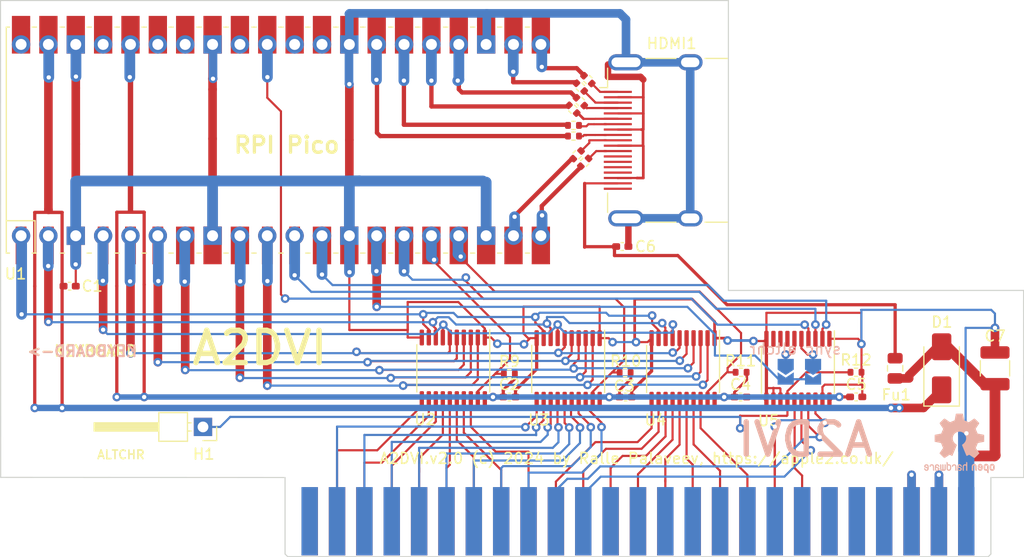
<source format=kicad_pcb>
(kicad_pcb (version 20240108) (generator "pcbnew") (generator_version "8.0")
  (title_block (title "A2DVI.v2.0"))
  (layers (0 "F.Cu" signal) (31 "B.Cu" signal) (34 "B.Paste" user) (35 "F.Paste" user) (36 "B.SilkS" user "B.Silkscreen") (37 "F.SilkS" user "F.Silkscreen") (38 "B.Mask" user) (39 "F.Mask" user) (44 "Edge.Cuts" user))
  (net 0 "")
  (net 1 "GND")
  (net 2 "3.3V")
  (net 3 "VSYS")
  (net 4 "5V")
  (net 5 "PHI0")
  (net 6 "RW")
  (net 7 "DevSel")
  (net 8 "D0")
  (net 9 "D1")
  (net 10 "D2")
  (net 11 "D3")
  (net 12 "D4")
  (net 13 "D5")
  (net 14 "D6")
  (net 15 "D7")
  (net 16 "A8")
  (net 17 "A9")
  (net 18 "A15")
  (net 19 "A14")
  (net 20 "A10")
  (net 21 "A11")
  (net 22 "A12")
  (net 23 "A13")
  (net 24 "A0")
  (net 25 "A1")
  (net 26 "A2")
  (net 27 "A3")
  (net 28 "A4")
  (net 29 "A5")
  (net 30 "A6")
  (net 31 "A7")
  (net 32 "DATAOE")
  (net 33 "LSBOE")
  (net 34 "MSBOE")
  (net 35 "L-PHI0")
  (net 36 "L-RW")
  (net 37 "D2_N")
  (net 38 "D2_P")
  (net 39 "D2_otut_P")
  (net 40 "D1_P")
  (net 41 "D1_N")
  (net 42 "D0_P")
  (net 43 "D0_N")
  (net 44 "CK_P")
  (net 45 "CK_N")
  (net 46 "SYNC")
  (net 47 "L-DevSel")
  (net 48 "AD0")
  (net 49 "AD1")
  (net 50 "AD2")
  (net 51 "AD3")
  (net 52 "AD4")
  (net 53 "AD5")
  (net 54 "AD6")
  (net 55 "AD7")
  (net 56 "5V_out")
  (net 57 "GP10")
  (net 58 "Altchr")
  (net 59 "L-SYNC")
  (net 60 "L-Altchr")
  (footprint "" (layer "F.Cu") (at 122.174 142.22605)
    (property "Reference" "")
    (property "Value" "")
  )
  (footprint "" (layer "F.Cu") (at 134.874 142.22605)
    (property "Reference" "")
    (property "Value" "")
  )
  (footprint "" (layer "F.Cu") (at 137.414 142.22605)
    (property "Reference" "")
    (property "Value" "")
  )
  (footprint "" (layer "F.Cu") (at 147.574 142.22605)
    (property "Reference" "")
    (property "Value" "")
  )
  (footprint "" (layer "F.Cu") (at 142.494 142.22605)
    (property "Reference" "")
    (property "Value" "")
  )
  (footprint "" (layer "F.Cu") (at 132.334 142.22605)
    (property "Reference" "")
    (property "Value" "")
  )
  (footprint "Package_SO:TSSOP-20_4.4x6.5mm_P0.65mm" (layer "F.Cu") (at 141.093 128.0745 -90)
    (property "Reference" "U3")
    (property "Value" "SN74LVC245APWR" (hide yes))
  )
  (footprint "Resistor_SMD:R_0402_1005Metric" (layer "F.Cu") (at 146.3822 128.40845)
    (property "Reference" "R10")
    (property "Value" "10k" (hide yes))
  )
  (footprint "RaspberryPI PicoW:RPi_PicoW_SMD_TH" (layer "F.Cu") (at 114.427 106.807 90)
    (property "Reference" "U1")
    (property "Value" "Pico" (hide yes))
  )
  (footprint "Fuse:Fuse_0805_2012Metric" (layer "F.Cu") (at 171.45 128.016 -90)
    (property "Reference" "Fu1")
    (property "Value" "Fuse_0805_2012Metric" (hide yes))
  )
  (footprint "" (layer "F.Cu") (at 170.434 142.22605)
    (property "Reference" "")
    (property "Value" "")
  )
  (footprint "" (layer "F.Cu") (at 157.734 142.22605)
    (property "Reference" "")
    (property "Value" "")
  )
  (footprint "" (layer "F.Cu") (at 117.094 142.22605)
    (property "Reference" "")
    (property "Value" "")
  )
  (footprint "" (layer "F.Cu") (at 178.054 142.22605)
    (property "Reference" "")
    (property "Value" "")
  )
  (footprint "Resistor_SMD:R_0402_1005Metric" (layer "F.Cu") (at 142.223983 101.886882 -45)
    (property "Reference" "R2" (hide yes))
    (property "Value" "270" (hide yes))
  )
  (footprint "" (layer "F.Cu") (at 134.874 142.22605)
    (property "Reference" "")
    (property "Value" "")
  )
  (footprint "" (layer "F.Cu") (at 155.194 142.22605)
    (property "Reference" "")
    (property "Value" "")
  )
  (footprint "Package_SO:TSSOP-20_4.4x6.5mm_P0.65mm" (layer "F.Cu") (at 130.429 128.016 -90)
    (property "Reference" "U2")
    (property "Value" "SN74LVC245APWR" (hide yes))
  )
  (footprint "" (layer "F.Cu") (at 139.954 142.22605)
    (property "Reference" "")
    (property "Value" "")
  )
  (footprint "Resistor_SMD:R_0402_1005Metric" (layer "F.Cu") (at 141.92735 108.17075 45)
    (property "Reference" "R7" (hide yes))
    (property "Value" "270" (hide yes))
  )
  (footprint "" (layer "F.Cu") (at 170.434 142.22605)
    (property "Reference" "")
    (property "Value" "")
  )
  (footprint "" (layer "F.Cu") (at 167.894 142.22605)
    (property "Reference" "")
    (property "Value" "")
  )
  (footprint "" (layer "F.Cu") (at 160.274 142.22605)
    (property "Reference" "")
    (property "Value" "")
  )
  (footprint "Capacitor_SMD:C_0402_1005Metric_Pad0.74x0.62mm_HandSolder" (layer "F.Cu") (at 167.834 130.673)
    (property "Reference" "C5")
    (property "Value" "100n" (hide yes))
  )
  (footprint "" (layer "F.Cu") (at 163.83 127.639 -90)
    (property "Reference" "")
    (property "Value" "")
  )
  (footprint "Capacitor_SMD:C_1210_3225Metric" (layer "F.Cu") (at 180.721 128.016 -90)
    (property "Reference" "C7")
    (property "Value" "C_1210_3225Metric" (hide yes))
  )
  (footprint "" (layer "F.Cu") (at 122.174 142.22605)
    (property "Reference" "")
    (property "Value" "")
  )
  (footprint "" (layer "F.Cu") (at 150.114 142.22605)
    (property "Reference" "")
    (property "Value" "")
  )
  (footprint "" (layer "F.Cu") (at 175.514 142.22605)
    (property "Reference" "")
    (property "Value" "")
  )
  (footprint "" (layer "F.Cu") (at 150.114 142.22605)
    (property "Reference" "")
    (property "Value" "")
  )
  (footprint "Capacitor_SMD:C_0402_1005Metric_Pad0.74x0.62mm_HandSolder" (layer "F.Cu") (at 157.099 130.683)
    (property "Reference" "C4")
    (property "Value" "100n" (hide yes))
  )
  (footprint "" (layer "F.Cu") (at 132.334 142.22605)
    (property "Reference" "")
    (property "Value" "")
  )
  (footprint "Capacitor_SMD:C_0402_1005Metric_Pad0.74x0.62mm_HandSolder" (layer "F.Cu") (at 146.431 130.683)
    (property "Reference" "C3")
    (property "Value" "100n" (hide yes))
  )
  (footprint "Resistor_SMD:R_0402_1005Metric" (layer "F.Cu") (at 157.1498 128.38305)
    (property "Reference" "R11")
    (property "Value" "10k" (hide yes))
  )
  (footprint "" (layer "F.Cu") (at 145.034 142.22605)
    (property "Reference" "")
    (property "Value" "")
  )
  (footprint "" (layer "F.Cu") (at 124.714 142.22605)
    (property "Reference" "")
    (property "Value" "")
  )
  (footprint "Resistor_SMD:R_0402_1005Metric" (layer "F.Cu") (at 142.223983 103.236882 -45)
    (property "Reference" "R3" (hide yes))
    (property "Value" "270" (hide yes))
  )
  (footprint "" (layer "F.Cu") (at 119.634 142.22605)
    (property "Reference" "")
    (property "Value" "")
  )
  (footprint "Package_SO:TSSOP-20_4.4x6.5mm_P0.65mm" (layer "F.Cu") (at 151.761 128.0745 -90)
    (property "Reference" "U4")
    (property "Value" "SN74LVC245APWR" (hide yes))
  )
  (footprint "" (layer "F.Cu") (at 167.894 142.22605)
    (property "Reference" "")
    (property "Value" "")
  )
  (footprint "" (layer "F.Cu") (at 165.354 142.22605)
    (property "Reference" "")
    (property "Value" "")
  )
  (footprint "" (layer "F.Cu") (at 127.254 142.22605)
    (property "Reference" "")
    (property "Value" "")
  )
  (footprint "" (layer "F.Cu") (at 175.514 142.22605)
    (property "Reference" "")
    (property "Value" "")
  )
  (footprint "Resistor_SMD:R_0402_1005Metric" (layer "F.Cu") (at 141.523983 103.936882 -45)
    (property "Reference" "R4" (hide yes))
    (property "Value" "270" (hide yes))
  )
  (footprint "" (layer "F.Cu") (at 124.714 142.22605)
    (property "Reference" "")
    (property "Value" "")
  )
  (footprint "" (layer "F.Cu") (at 129.794 142.22605)
    (property "Reference" "")
    (property "Value" "")
  )
  (footprint "" (layer "F.Cu") (at 162.814 142.22605)
    (property "Reference" "")
    (property "Value" "")
  )
  (footprint "Capacitor_SMD:C_0402_1005Metric_Pad0.74x0.62mm_HandSolder" (layer "F.Cu") (at 94.8095 120.38205)
    (property "Reference" "C1")
    (property "Value" "100n" (hide yes))
  )
  (footprint "" (layer "F.Cu") (at 152.654 142.22605)
    (property "Reference" "")
    (property "Value" "")
  )
  (footprint "Resistor_SMD:R_0402_1005Metric" (layer "F.Cu") (at 135.634 128.524)
    (property "Reference" "R9")
    (property "Value" "10k" (hide yes))
  )
  (footprint "" (layer "F.Cu") (at 139.954 142.22605)
    (property "Reference" "")
    (property "Value" "")
  )
  (footprint "" (layer "F.Cu") (at 129.794 142.22605)
    (property "Reference" "")
    (property "Value" "")
  )
  (footprint "Connector_PinHeader_2.54mm:PinHeader_1x01_P2.54mm_Horizontal" (layer "F.Cu") (at 107.188 133.46305 180)
    (property "Reference" "H1")
    (property "Value" "PinHeader_1x01_P2.54mm_Horizontal" (hide yes))
  )
  (footprint "" (layer "F.Cu") (at 145.034 142.22605)
    (property "Reference" "")
    (property "Value" "")
  )
  (footprint "" (layer "F.Cu") (at 142.494 142.22605)
    (property "Reference" "")
    (property "Value" "")
  )
  (footprint "" (layer "F.Cu") (at 152.654 142.22605)
    (property "Reference" "")
    (property "Value" "")
  )
  (footprint "Resistor_SMD:R_0402_1005Metric" (layer "F.Cu") (at 141.58595 106.43235)
    (property "Reference" "R6" (hide yes))
    (property "Value" "270" (hide yes))
  )
  (footprint "" (layer "F.Cu") (at 147.574 142.22605)
    (property "Reference" "")
    (property "Value" "")
  )
  (footprint "Resistor_SMD:R_0402_1005Metric" (layer "F.Cu") (at 142.62735 108.87075 45)
    (property "Reference" "R8" (hide yes))
    (property "Value" "270" (hide yes))
  )
  (footprint "" (layer "F.Cu") (at 117.094 142.22605)
    (property "Reference" "")
    (property "Value" "")
  )
  (footprint "Resistor_SMD:R_0402_1005Metric" (layer "F.Cu") (at 141.58595 105.44175)
    (property "Reference" "R5" (hide yes))
    (property "Value" "270" (hide yes))
  )
  (footprint "Resistor_SMD:R_0402_1005Metric" (layer "F.Cu") (at 142.923983 101.186882 -45)
    (property "Reference" "R1" (hide yes))
    (property "Value" "270" (hide yes))
  )
  (footprint "" (layer "F.Cu") (at 172.974 142.22605)
    (property "Reference" "")
    (property "Value" "")
  )
  (footprint "" (layer "F.Cu") (at 161.29 127.639 -90)
    (property "Reference" "")
    (property "Value" "")
  )
  (footprint "" (layer "F.Cu") (at 162.814 142.22605)
    (property "Reference" "")
    (property "Value" "")
  )
  (footprint "" (layer "F.Cu") (at 127.254 142.22605)
    (property "Reference" "")
    (property "Value" "")
  )
  (footprint "" (layer "F.Cu") (at 155.194 142.22605)
    (property "Reference" "")
    (property "Value" "")
  )
  (footprint "Resistor_SMD:R_0402_1005Metric" (layer "F.Cu") (at 167.8178 128.38305)
    (property "Reference" "R12")
    (property "Value" "10k" (hide yes))
  )
  (footprint "" (layer "F.Cu") (at 178.054 142.22605)
    (property "Reference" "")
    (property "Value" "")
  )
  (footprint "" (layer "F.Cu") (at 157.734 142.22605)
    (property "Reference" "")
    (property "Value" "")
  )
  (footprint "Capacitor_SMD:C_0402_1005Metric_Pad0.74x0.62mm_HandSolder" (layer "F.Cu") (at 135.636 130.683)
    (property "Reference" "C2")
    (property "Value" "100n" (hide yes))
  )
  (footprint "" (layer "F.Cu") (at 163.83 129.032 -90)
    (property "Reference" "")
    (property "Value" "")
  )
  (footprint "" (layer "F.Cu") (at 165.354 142.22605)
    (property "Reference" "")
    (property "Value" "")
  )
  (footprint "" (layer "F.Cu") (at 160.274 142.22605)
    (property "Reference" "")
    (property "Value" "")
  )
  (footprint "Capacitor_SMD:C_0402_1005Metric_Pad0.74x0.62mm_HandSolder" (layer "F.Cu") (at 146.1175 116.69905)
    (property "Reference" "C6")
    (property "Value" "100n" (hide yes))
  )
  (footprint "" (layer "F.Cu") (at 137.414 142.22605)
    (property "Reference" "")
    (property "Value" "")
  )
  (footprint "" (layer "F.Cu") (at 172.974 142.22605)
    (property "Reference" "")
    (property "Value" "")
  )
  (footprint "" (layer "F.Cu") (at 161.29 129.032 -90)
    (property "Reference" "")
    (property "Value" "")
  )
  (footprint "Diode_SMD:D_SMA" (layer "F.Cu") (at 175.768 128.016 90)
    (property "Reference" "D1")
    (property "Value" "SS16" (hide yes))
  )
  (footprint "Package_SO:TSSOP-20_4.4x6.5mm_P0.65mm" (layer "F.Cu") (at 162.425 128.133 -90)
    (property "Reference" "U5")
    (property "Value" "SN74LVC245APWR" (hide yes))
  )
  (footprint "" (layer "F.Cu") (at 119.634 142.22605)
    (property "Reference" "")
    (property "Value" "")
  )
  (footprint "Connector_HDMI:HDMI_A_Molex_208658-1001_Horizontal" (layer "F.Cu") (at 148.98775 106.82775)
    (property "Reference" "HDMI1")
    (property "Value" "HDMI_A_Molex_208658-1001_Horizontal" (hide yes))
  )
  (footprint "Symbol:OSHW-Logo2_7.3x6mm_SilkScreen" (layer "B.Cu") (at 177.419 134.98705 180)
    (property "Reference" "REF**" (hide yes))
    (property "Value" "OSHW-Logo2_7.3x6mm_SilkScreen" (hide yes))
  )
  (gr_line (start 114.808 145.27405) (end 114.808 138.16205) (stroke (width 0.1)) (layer "Edge.Cuts"))
  (gr_line (start 180.34 145.27405) (end 180.34 138.16205) (stroke (width 0.1)) (layer "Edge.Cuts"))
  (gr_line (start 180.34 145.27405) (end 180.086 145.52805) (stroke (width 0.1)) (layer "Edge.Cuts"))
  (gr_line (start 183.3753 120.777) (end 183.388 138.16205) (stroke (width 0.1)) (layer "Edge.Cuts"))
  (gr_line (start 88.392 93.83905) (end 88.4047 138.1506) (stroke (width 0.1)) (layer "Edge.Cuts"))
  (gr_line (start 115.062 145.517243) (end 114.808 145.27405) (stroke (width 0.1)) (layer "Edge.Cuts"))
  (gr_line (start 114.808 138.16205) (end 88.4047 138.1506) (stroke (width 0.1)) (layer "Edge.Cuts"))
  (gr_line (start 115.062 145.517243) (end 180.086 145.52805) (stroke (width 0.1)) (layer "Edge.Cuts"))
  (gr_line (start 183.388 138.16205) (end 180.34 138.16205) (stroke (width 0.1)) (layer "Edge.Cuts"))
  (gr_line (start 183.3753 120.777) (end 155.9687 120.777) (stroke (width 0.1)) (layer "Edge.Cuts"))
  (gr_line (start 155.9687 93.83905) (end 88.392 93.83905) (stroke (width 0.1)) (layer "Edge.Cuts"))
  (gr_line (start 155.9687 93.83905) (end 155.9687 120.777) (stroke (width 0.1)) (layer "Edge.Cuts"))
  (gr_text "KEYBOARD->" (at 95.9866 126.42725 0) (layer "B.SilkS") (effects (font (size 1 1) (thickness 0.2)) (justify mirror)))
  (gr_text "A2DVI" (at 169.672 136.38205 0) (layer "B.SilkS") (effects (font (size 3 3) (thickness 0.5) (bold yes)) (justify left bottom mirror)))
  (gr_text "sync altchr" (at 162.179 126.22405 0) (layer "B.SilkS") (effects (font (size 1 1) (thickness 0.15) (bold yes)) (justify mirror)))
  (gr_text "" (at 155.194 142.22605 0) (layer "F.SilkS") (effects (font (size 1.27 1.27))))
  (gr_text "A2DVI.v2.0 (c) 2024 by Ralle Palaveev, https://apple2.co.uk/" (at 147.447 136.38405 0) (layer "F.SilkS") (effects (font (size 1 1))))
  (gr_text "ALTCHR" (at 97.282 136.51105 0) (layer "F.SilkS") (effects (font (size 0.8 0.8)) (justify left bottom)))
  (gr_text "RPI Pico" (at 109.9058 108.13925 0) (layer "F.SilkS") (effects (font (size 1.5 1.5) (thickness 0.3) (bold yes)) (justify left bottom)))
  (gr_text "<-KEYBOARD" (at 95.9866 126.40185 0) (layer "F.SilkS") (effects (font (size 1 1) (thickness 0.2))))
  (gr_text "A2DVI" (at 105.918 127.87505 0) (layer "F.SilkS") (effects (font (size 3 3) (thickness 0.5) (bold yes)) (justify left bottom)))
  (gr_text "" (at 155.194 142.22605 0) (layer "F.SilkS") (effects (font (size 1.27 1.27))))
  (segment (start 142.314924 107.810126) (end 142.287974 107.810126) (width 0.25) (layer "F.Cu") (net 0))
  (segment (start 143.613115 103.32775) (end 145.70275 103.32775) (width 0.2) (layer "F.Cu") (net 0))
  (segment (start 141.983456 104.297506) (end 142.518 104.83205) (width 0.25) (layer "F.Cu") (net 0))
  (segment (start 142.453814 106.45705) (end 142.12065 106.45705) (width 0.2) (layer "F.Cu") (net 0))
  (segment (start 142.578814 106.33205) (end 143.586645 106.33205) (width 0.2) (layer "F.Cu") (net 0))
  (segment (start 142.287974 107.810126) (end 142.464924 107.810126) (width 0.25) (layer "F.Cu") (net 0))
  (segment (start 143.478815 105.33205) (end 142.978815 105.33205) (width 0.2) (layer "F.Cu") (net 0))
  (segment (start 142.814851 103.82775) (end 142.584607 103.597506) (width 0.25) (layer "F.Cu") (net 0))
  (segment (start 144.615228 105.33205) (end 143.513415 105.33205) (width 0.2) (layer "F.Cu") (net 0))
  (segment (start 143.056347 106.824349) (end 144.617747 106.824349) (width 0.2) (layer "F.Cu") (net 0))
  (segment (start 145.70275 103.82775) (end 142.814851 103.82775) (width 0.2) (layer "F.Cu") (net 0))
  (segment (start 143.69415 107.82935) (end 144.622748 107.82935) (width 0.2) (layer "F.Cu") (net 0))
  (segment (start 143.057582 107.067468) (end 142.314924 107.810126) (width 0.2) (layer "F.Cu") (net 0))
  (segment (start 145.70275 104.82775) (end 143.631644 104.82775) (width 0.2) (layer "F.Cu") (net 0))
  (segment (start 143.621245 106.33205) (end 144.615228 106.33205) (width 0.2) (layer "F.Cu") (net 0))
  (segment (start 142.987974 108.510126) (end 143.022141 108.510126) (width 0.25) (layer "F.Cu") (net 0))
  (segment (start 142.584607 102.273657) (end 143.603983 103.293033) (width 0.2) (layer "F.Cu") (net 0))
  (segment (start 143.057582 106.831881) (end 143.057582 107.067468) (width 0.2) (layer "F.Cu") (net 0))
  (segment (start 143.022141 108.510126) (end 143.695385 107.836882) (width 0.2) (layer "F.Cu") (net 0))
  (segment (start 175.514 142.22605) (end 175.514 137.90805) (width 0.8) (layer "F.Cu") (net 0))
  (segment (start 142.578814 106.33205) (end 142.453814 106.45705) (width 0.2) (layer "F.Cu") (net 0))
  (segment (start 142.518 104.83205) (end 143.590568 104.83205) (width 0.2) (layer "F.Cu") (net 0))
  (segment (start 172.974 142.22605) (end 172.974 137.90805) (width 0.8) (layer "F.Cu") (net 0))
  (segment (start 142.784607 105.526258) (end 141.984607 105.526258) (width 0.2) (layer "F.Cu") (net 0))
  (segment (start 142.978815 105.33205) (end 142.784607 105.526258) (width 0.2) (layer "F.Cu") (net 0))
  (segment (start 142.762593 106.362457) (end 142.548407 106.362457) (width 0.2) (layer "F.Cu") (net 0))
  (segment (start 141.884607 104.297506) (end 141.983456 104.297506) (width 0.25) (layer "F.Cu") (net 0))
  (segment (start 142.12065 106.45705) (end 142.09595 106.43235) (width 0.25) (layer "F.Cu") (net 0))
  (segment (start 142.584607 102.247506) (end 142.584607 102.273657) (width 0.25) (layer "F.Cu") (net 0))
  (via (at 172.974 137.90805) (size 0.8) (drill 0.4) (layers "F.Cu" "B.Cu") (net 0))
  (via (at 175.514 137.90805) (size 0.8) (drill 0.4) (layers "F.Cu" "B.Cu") (net 0))
  (segment (start 175.514 142.22605) (end 175.514 137.90805) (width 0.8) (layer "B.Cu") (net 0))
  (segment (start 172.974 142.22605) (end 172.974 137.90805) (width 0.8) (layer "B.Cu") (net 0))
  (segment (start 146.685 114.3) (end 146.46275 114.07775) (width 0.2) (layer "F.Cu") (net 1))
  (segment (start 136.943 122.28205) (end 136.943 124.78205) (width 0.2) (layer "F.Cu") (net 1))
  (segment (start 138.168 128.0875) (end 138.168 125.212) (width 0.3) (layer "F.Cu") (net 1))
  (segment (start 95.377 98.0161) (end 95.377 100.89105) (width 0.8) (layer "F.Cu") (net 1))
  (segment (start 147.48255 110.32775) (end 145.7101 110.32775) (width 0.2) (layer "F.Cu") (net 1))
  (segment (start 108.077 110.98405) (end 108.077 115.6691) (width 0.8) (layer "F.Cu") (net 1))
  (segment (start 159.5 125.2705) (end 159.5 122.85705) (width 0.2) (layer "F.Cu") (net 1))
  (segment (start 136.943 124.78205) (end 137.468 125.30705) (width 0.2) (layer "F.Cu") (net 1))
  (segment (start 147.268 125.45705) (end 147.393 125.58205) (width 0.25) (layer "F.Cu") (net 1))
  (segment (start 168.318 125.75705) (end 168.3278 125.74725) (width 0.2) (layer "F.Cu") (net 1))
  (segment (start 144.84795 125.212) (end 145.218 125.58205) (width 0.2) (layer "F.Cu") (net 1))
  (segment (start 120.777 119.09805) (end 120.793 119.08205) (width 0.2) (layer "F.Cu") (net 1))
  (segment (start 145.7157 104.32775) (end 148.0387 104.32775) (width 0.2) (layer "F.Cu") (net 1))
  (segment (start 148.068 102.83205) (end 148.068 101.183) (width 0.25) (layer "F.Cu") (net 1))
  (segment (start 180.721 124.26005) (end 180.721 126.541) (width 0.8) (layer "F.Cu") (net 1))
  (segment (start 159.5 130.683) (end 159.5 125.2705) (width 0.3) (layer "F.Cu") (net 1))
  (segment (start 154.686 125.212) (end 154.686 123.67505) (width 0.25) (layer "F.Cu") (net 1))
  (segment (start 148.46595 125.58205) (end 148.836 125.212) (width 0.2) (layer "F.Cu") (net 1))
  (segment (start 148.068 101.183) (end 147.81705 100.93205) (width 0.6) (layer "F.Cu") (net 1))
  (segment (start 148.068 110.33205) (end 148.068 107.35705) (width 0.25) (layer "F.Cu") (net 1))
  (segment (start 146.685 116.69905) (end 146.685 114.3) (width 0.6) (layer "F.Cu") (net 1))
  (segment (start 148.068 104.35705) (end 148.068 105.80705) (width 0.25) (layer "F.Cu") (net 1))
  (segment (start 137.56305 125.212) (end 138.168 125.212) (width 0.2) (layer "F.Cu") (net 1))
  (segment (start 168.318 122.85705) (end 168.318 125.75705) (width 0.2) (layer "F.Cu") (net 1))
  (segment (start 95.377 101.96705) (end 95.377 107.17405) (width 0.8) (layer "F.Cu") (net 1))
  (segment (start 108.180971 115.593029) (end 108.204 115.57) (width 0.2) (layer "F.Cu") (net 1))
  (segment (start 145.7129 107.32775) (end 148.027 107.32775) (width 0.2) (layer "F.Cu") (net 1))
  (segment (start 95.377 120.38205) (end 95.377 118.36605) (width 0.2) (layer "F.Cu") (net 1))
  (segment (start 95.393 100.90705) (end 95.377 100.92305) (width 0.8) (layer "F.Cu") (net 1))
  (segment (start 160.8 129.91405) (end 160.8 130.9955) (width 0.2) (layer "F.Cu") (net 1))
  (segment (start 157.6665 130.683) (end 159.5 130.683) (width 0.3) (layer "F.Cu") (net 1))
  (segment (start 108.077 102.09405) (end 108.077 106.68) (width 0.8) (layer "F.Cu") (net 1))
  (segment (start 136.2035 130.052) (end 138.168 128.0875) (width 0.3) (layer "F.Cu") (net 1))
  (segment (start 133.354 125.1535) (end 133.354 124.31805) (width 0.2) (layer "F.Cu") (net 1))
  (segment (start 160.125 129.85705) (end 159.557 129.85705) (width 0.2) (layer "F.Cu") (net 1))
  (segment (start 158.293 125.48205) (end 159.28845 125.48205) (width 0.2) (layer "F.Cu") (net 1))
  (segment (start 144.018 125.212) (end 144.018 122.28205) (width 0.2) (layer "F.Cu") (net 1))
  (segment (start 146.9985 130.683) (end 146.9985 130.1155) (width 0.3) (layer "F.Cu") (net 1))
  (segment (start 107.765 116.009) (end 108.077 115.697) (width 0.5) (layer "F.Cu") (net 1))
  (segment (start 154.686 125.212) (end 155.67295 125.212) (width 0.25) (layer "F.Cu") (net 1))
  (segment (start 108.077 101.06605) (end 108.118 101.10705) (width 0.8) (layer "F.Cu") (net 1))
  (segment (start 164.7 129.75005) (end 164.918 129.53205) (width 0.2) (layer "F.Cu") (net 1))
  (segment (start 144.018 122.28205) (end 136.943 122.28205) (width 0.2) (layer "F.Cu") (net 1))
  (segment (start 133.354 124.31805) (end 130.893 121.85705) (width 0.2) (layer "F.Cu") (net 1))
  (segment (start 148.068 105.80705) (end 148.043 105.83205) (width 0.25) (layer "F.Cu") (net 1))
  (segment (start 147.81705 100.93205) (end 144.793 100.93205) (width 0.6) (layer "F.Cu") (net 1))
  (segment (start 126.193 124.45705) (end 120.777 124.45705) (width 0.2) (layer "F.Cu") (net 1))
  (segment (start 147.8887 105.82775) (end 145.70275 105.82775) (width 0.2) (layer "F.Cu") (net 1))
  (segment (start 168.4015 130.673) (end 168.4015 129.60705) (width 0.2) (layer "F.Cu") (net 1))
  (segment (start 164.7 130.9955) (end 164.7 129.75005) (width 0.2) (layer "F.Cu") (net 1))
  (segment (start 145.7101 110.32775) (end 145.70275 110.3351) (width 0.2) (layer "F.Cu") (net 1))
  (segment (start 159.1875 130.683) (end 159.5 130.9955) (width 0.3) (layer "F.Cu") (net 1))
  (segment (start 159.557 129.85705) (end 159.5 129.91405) (width 0.2) (layer "F.Cu") (net 1))
  (segment (start 144.793 100.93205) (end 144.793 99.78205) (width 0.6) (layer "F.Cu") (net 1))
  (segment (start 148.068 107.35705) (end 148.043 107.33205) (width 0.25) (layer "F.Cu") (net 1))
  (segment (start 148.0387 104.32775) (end 148.05165 104.3407) (width 0.2) (layer "F.Cu") (net 1))
  (segment (start 154.696 125.222) (end 154.686 125.212) (width 0.25) (layer "F.Cu") (net 1))
  (segment (start 160.15 130.9955) (end 160.15 129.83205) (width 0.2) (layer "F.Cu") (net 1))
  (segment (start 95.377 100.89105) (end 95.393 100.90705) (width 0.8) (layer "F.Cu") (net 1))
  (segment (start 147.393 125.58205) (end 148.46595 125.58205) (width 0.2) (layer "F.Cu") (net 1))
  (segment (start 159.5 122.85705) (end 168.318 122.85705) (width 0.2) (layer "F.Cu") (net 1))
  (segment (start 95.377 100.92305) (end 95.377 101.96705) (width 0.8) (layer "F.Cu") (net 1))
  (segment (start 147.4899 110.3351) (end 147.49295 110.33205) (width 0.25) (layer "F.Cu") (net 1))
  (segment (start 126.193 123.8425) (end 126.193 124.45705) (width 0.2) (layer "F.Cu") (net 1))
  (segment (start 108.118 101.10705) (end 108.077 101.14805) (width 0.8) (layer "F.Cu") (net 1))
  (segment (start 126.193 125.1535) (end 126.193 123.8425) (width 0.2) (layer "F.Cu") (net 1))
  (segment (start 148.844 125.204) (end 148.836 125.212) (width 0.25) (layer "F.Cu") (net 1))
  (segment (start 160.15 129.83205) (end 160.125 129.85705) (width 0.2) (layer "F.Cu") (net 1))
  (segment (start 168.4015 129.60705) (end 168.4015 128.45675) (width 0.2) (layer "F.Cu") (net 1))
  (segment (start 108.077 106.68) (end 108.077 110.98405) (width 0.8) (layer "F.Cu") (net 1))
  (segment (start 154.686 123.67505) (end 152.593 121.58205) (width 0.25) (layer "F.Cu") (net 1))
  (segment (start 152.593 121.58205) (end 147.268 121.58205) (width 0.25) (layer "F.Cu") (net 1))
  (segment (start 164.918 129.53205) (end 168.3265 129.53205) (width 0.2) (layer "F.Cu") (net 1))
  (segment (start 157.6665 130.683) (end 159.1875 130.683) (width 0.3) (layer "F.Cu") (net 1))
  (segment (start 147.49295 110.33205) (end 148.068 110.33205) (width 0.25) (layer "F.Cu") (net 1))
  (segment (start 120.777 111.00945) (end 120.777 115.697) (width 0.8) (layer "F.Cu") (net 1))
  (segment (start 95.377 118.36605) (end 95.368 118.35705) (width 0.2) (layer "F.Cu") (net 1))
  (segment (start 148.836 128.278) (end 148.836 125.212) (width 0.3) (layer "F.Cu") (net 1))
  (segment (start 136.2035 130.683) (end 136.2035 130.052) (width 0.3) (layer "F.Cu") (net 1))
  (segment (start 126.193 121.85705) (end 126.193 123.8425) (width 0.2) (layer "F.Cu") (net 1))
  (segment (start 147.4899 110.3351) (end 147.48255 110.32775) (width 0.2) (layer "F.Cu") (net 1))
  (segment (start 168.4015 128.45675) (end 168.3278 128.38305) (width 0.2) (layer "F.Cu") (net 1))
  (segment (start 148.05795 102.8421) (end 148.068 102.83205) (width 0.25) (layer "F.Cu") (net 1))
  (segment (start 145.7171 102.82775) (end 148.0436 102.82775) (width 0.2) (layer "F.Cu") (net 1))
  (segment (start 148.068 102.83205) (end 148.068 104.35705) (width 0.25) (layer "F.Cu") (net 1))
  (segment (start 136.993 125.78205) (end 137.56305 125.212) (width 0.2) (layer "F.Cu") (net 1))
  (segment (start 168.3278 128.38305) (end 168.3278 125.76685) (width 0.2) (layer "F.Cu") (net 1))
  (segment (start 168.3278 125.59185) (end 168.00645 125.2705) (width 0.2) (layer "F.Cu") (net 1))
  (segment (start 120.777 124.45705) (end 120.777 119.09805) (width 0.2) (layer "F.Cu") (net 1))
  (segment (start 180.718 124.25705) (end 180.721 124.26005) (width 0.2) (layer "F.Cu") (net 1))
  (segment (start 159.5 129.91405) (end 159.5 130.9955) (width 0.2) (layer "F.Cu") (net 1))
  (segment (start 120.777 106.79305) (end 120.777 111.00945) (width 0.8) (layer "F.Cu") (net 1))
  (segment (start 148.0436 102.82775) (end 148.05795 102.8421) (width 0.2) (layer "F.Cu") (net 1))
  (segment (start 160.743 129.85705) (end 160.8 129.91405) (width 0.2) (layer "F.Cu") (net 1))
  (segment (start 146.9985 130.1155) (end 148.836 128.278) (width 0.3) (layer "F.Cu") (net 1))
  (segment (start 160.15 129.83205) (end 160.175 129.85705) (width 0.2) (layer "F.Cu") (net 1))
  (segment (start 148.05165 104.3407) (end 148.068 104.35705) (width 0.25) (layer "F.Cu") (net 1))
  (segment (start 120.777 102.34805) (end 120.777 106.79305) (width 0.8) (layer "F.Cu") (net 1))
  (segment (start 127.504 125.1535) (end 126.193 125.1535) (width 0.2) (layer "F.Cu") (net 1))
  (segment (start 147.268 121.58205) (end 147.268 125.45705) (width 0.25) (layer "F.Cu") (net 1))
  (segment (start 134.518 125.73205) (end 133.93945 125.1535) (width 0.2) (layer "F.Cu") (net 1))
  (segment (start 120.777 101.60705) (end 120.777 102.24645) (width 0.8) (layer "F.Cu") (net 1))
  (segment (start 168.3265 129.53205) (end 168.4015 129.60705) (width 0.2) (layer "F.Cu") (net 1))
  (segment (start 159.28845 125.48205) (end 159.5 125.2705) (width 0.2) (layer "F.Cu") (net 1))
  (segment (start 108.077 97.8891) (end 108.077 101.06605) (width 0.8) (layer "F.Cu") (net 1))
  (segment (start 144.018 125.212) (end 144.84795 125.212) (width 0.2) (layer "F.Cu") (net 1))
  (segment (start 95.377 107.17405) (end 95.377 111.61905) (width 0.8) (layer "F.Cu") (net 1))
  (segment (start 147.893 105.83205) (end 147.8887 105.82775) (width 0.25) (layer "F.Cu") (net 1))
  (segment (start 168.3278 125.74725) (end 168.3278 125.59185) (width 0.2) (layer "F.Cu") (net 1))
  (segment (start 148.043 105.83205) (end 147.893 105.83205) (width 0.25) (layer "F.Cu") (net 1))
  (segment (start 168.00645 125.2705) (end 165.35 125.2705) (width 0.2) (layer "F.Cu") (net 1))
  (segment (start 168.3278 125.76685) (end 168.318 125.75705) (width 0.2) (layer "F.Cu") (net 1))
  (segment (start 133.93945 125.1535) (end 133.354 125.1535) (width 0.2) (layer "F.Cu") (net 1))
  (segment (start 155.67295 125.212) (end 155.893 125.43205) (width 0.25) (layer "F.Cu") (net 1))
  (segment (start 108.077 101.14805) (end 108.077 102.09405) (width 0.8) (layer "F.Cu") (net 1))
  (segment (start 95.377 111.61905) (end 95.377 115.7961) (width 0.8) (layer "F.Cu") (net 1))
  (segment (start 160.175 129.85705) (end 160.743 129.85705) (width 0.2) (layer "F.Cu") (net 1))
  (segment (start 148.043 107.33205) (end 148.043 105.83205) (width 0.25) (layer "F.Cu") (net 1))
  (segment (start 130.893 121.85705) (end 126.193 121.85705) (width 0.2) (layer "F.Cu") (net 1))
  (segment (start 148.027 107.32775) (end 148.03715 107.3379) (width 0.2) (layer "F.Cu") (net 1))
  (segment (start 148.03715 107.3379) (end 148.043 107.33205) (width 0.25) (layer "F.Cu") (net 1))
  (via (at 120.777 101.60705) (size 0.8) (drill 0.4) (layers "F.Cu" "B.Cu") (net 1))
  (via (at 95.368 118.35705) (size 0.8) (drill 0.4) (layers "F.Cu" "B.Cu") (net 1))
  (via (at 178.068 134.05705) (size 0.8) (drill 0.4) (layers "F.Cu" "B.Cu") (net 1))
  (via (at 120.793 119.08205) (size 0.8) (drill 0.4) (layers "F.Cu" "B.Cu") (net 1))
  (via (at 95.393 100.90705) (size 0.8) (drill 0.4) (layers "F.Cu" "B.Cu") (net 1))
  (via (at 145.218 125.58205) (size 0.8) (drill 0.4) (layers "F.Cu" "B.Cu") (net 1))
  (via (at 147.393 125.58205) (size 0.8) (drill 0.4) (layers "F.Cu" "B.Cu") (net 1))
  (via (at 155.893 125.43205) (size 0.8) (drill 0.4) (layers "F.Cu" "B.Cu") (net 1))
  (via (at 136.993 125.78205) (size 0.8) (drill 0.4) (layers "F.Cu" "B.Cu") (net 1))
  (via (at 168.318 125.75705) (size 0.8) (drill 0.4) (layers "F.Cu" "B.Cu") (net 1))
  (via (at 134.518 125.73205) (size 0.8) (drill 0.4) (layers "F.Cu" "B.Cu") (net 1))
  (via (at 180.718 124.25705) (size 0.8) (drill 0.4) (layers "F.Cu" "B.Cu") (net 1))
  (via (at 158.293 125.48205) (size 0.8) (drill 0.4) (layers "F.Cu" "B.Cu") (net 1))
  (via (at 108.118 101.10705) (size 0.8) (drill 0.4) (layers "F.Cu" "B.Cu") (net 1))
  (segment (start 120.777 110.62305) (end 120.777 115.697) (width 1) (layer "B.Cu") (net 1))
  (segment (start 108.643 110.60705) (end 121.718 110.60705) (width 1) (layer "B.Cu") (net 1))
  (segment (start 146.46275 114.07775) (end 152.42275 114.07775) (width 0.8) (layer "B.Cu") (net 1))
  (segment (start 155.893 125.43205) (end 158.243 125.43205) (width 0.25) (layer "B.Cu") (net 1))
  (segment (start 145.218 125.58205) (end 147.393 125.58205) (width 0.2) (layer "B.Cu") (net 1))
  (segment (start 95.393 100.90705) (end 95.393 97.933) (width 1) (layer "B.Cu") (net 1))
  (segment (start 95.393 97.933) (end 95.377 97.917) (width 0.8) (layer "B.Cu") (net 1))
  (segment (start 120.743 97.951) (end 120.777 97.917) (width 0.8) (layer "B.Cu") (net 1))
  (segment (start 180.368 122.58205) (end 168.293 122.58205) (width 0.2) (layer "B.Cu") (net 1))
  (segment (start 120.793 119.08205) (end 120.793 115.713) (width 1) (layer "B.Cu") (net 1))
  (segment (start 108.118 101.10705) (end 108.118 97.958) (width 0.8) (layer "B.Cu") (net 1))
  (segment (start 168.293 122.58205) (end 168.318 122.60705) (width 0.2) (layer "B.Cu") (net 1))
  (segment (start 120.793 110.60705) (end 120.777 110.62305) (width 0.2) (layer "B.Cu") (net 1))
  (segment (start 120.777 97.917) (end 120.777 95.11605) (width 0.8) (layer "B.Cu") (net 1))
  (segment (start 95.493 110.60705) (end 108.643 110.60705) (width 1) (layer "B.Cu") (net 1))
  (segment (start 133.477 110.71605) (end 133.343 110.58205) (width 0.2) (layer "B.Cu") (net 1))
  (segment (start 120.777 101.60705) (end 120.743 101.57305) (width 0.8) (layer "B.Cu") (net 1))
  (segment (start 120.777 95.11605) (end 120.743 95.08205) (width 0.8) (layer "B.Cu") (net 1))
  (segment (start 95.443 110.55705) (end 95.493 110.60705) (width 0.2) (layer "B.Cu") (net 1))
  (segment (start 177.993 133.98205) (end 177.993 124.25705) (width 0.2) (layer "B.Cu") (net 1))
  (segment (start 133.343 110.58205) (end 133.193 110.58205) (width 0.2) (layer "B.Cu") (net 1))
  (segment (start 146.46275 95.6018) (end 146.46275 99.57775) (width 0.8) (layer "B.Cu") (net 1))
  (segment (start 178.054 134.07105) (end 178.054 135.63205) (width 1.5) (layer "B.Cu") (net 1))
  (segment (start 133.168 110.60705) (end 121.718 110.60705) (width 1) (layer "B.Cu") (net 1))
  (segment (start 180.718 124.25705) (end 180.718 122.93205) (width 0.2) (layer "B.Cu") (net 1))
  (segment (start 133.477 97.917) (end 133.543 97.851) (width 0.8) (layer "B.Cu") (net 1))
  (segment (start 145.893 95.03205) (end 146.46275 95.6018) (width 0.8) (layer "B.Cu") (net 1))
  (segment (start 95.368 115.706) (end 95.368 110.63205) (width 1) (layer "B.Cu") (net 1))
  (segment (start 121.718 110.60705) (end 120.793 110.60705) (width 1) (layer "B.Cu") (net 1))
  (segment (start 180.718 122.93205) (end 180.368 122.58205) (width 0.2) (layer "B.Cu") (net 1))
  (segment (start 136.993 125.78205) (end 136.943 125.73205) (width 0.2) (layer "B.Cu") (net 1))
  (segment (start 108.077 115.697) (end 108.077 110.61605) (width 1) (layer "B.Cu") (net 1))
  (segment (start 95.368 118.35705) (end 95.368 115.706) (width 1) (layer "B.Cu") (net 1))
  (segment (start 120.743 95.08205) (end 120.793 95.03205) (width 0.8) (layer "B.Cu") (net 1))
  (segment (start 120.793 115.713) (end 120.777 115.697) (width 0.2) (layer "B.Cu") (net 1))
  (segment (start 95.368 110.63205) (end 95.443 110.55705) (width 0.2) (layer "B.Cu") (net 1))
  (segment (start 108.068 110.60705) (end 108.643 110.60705) (width 0.5) (layer "B.Cu") (net 1))
  (segment (start 133.193 110.58205) (end 133.168 110.60705) (width 0.2) (layer "B.Cu") (net 1))
  (segment (start 178.068 134.05705) (end 177.993 133.98205) (width 0.2) (layer "B.Cu") (net 1))
  (segment (start 120.793 95.03205) (end 133.543 95.03205) (width 0.8) (layer "B.Cu") (net 1))
  (segment (start 133.543 95.03205) (end 145.893 95.03205) (width 0.8) (layer "B.Cu") (net 1))
  (segment (start 95.368 115.706) (end 95.377 115.697) (width 0.2) (layer "B.Cu") (net 1))
  (segment (start 146.46275 99.57775) (end 152.42275 99.57775) (width 0.8) (layer "B.Cu") (net 1))
  (segment (start 152.42275 99.57775) (end 152.42275 114.07775) (width 0.8) (layer "B.Cu") (net 1))
  (segment (start 178.054 134.07105) (end 178.054 142.28955) (width 1.5) (layer "B.Cu") (net 1))
  (segment (start 136.943 125.73205) (end 134.518 125.73205) (width 0.2) (layer "B.Cu") (net 1))
  (segment (start 108.077 110.61605) (end 108.068 110.60705) (width 0.5) (layer "B.Cu") (net 1))
  (segment (start 133.543 97.851) (end 133.543 95.03205) (width 0.8) (layer "B.Cu") (net 1))
  (segment (start 158.243 125.43205) (end 158.293 125.48205) (width 0.25) (layer "B.Cu") (net 1))
  (segment (start 168.318 122.60705) (end 168.318 125.75705) (width 0.2) (layer "B.Cu") (net 1))
  (segment (start 120.743 101.57305) (end 120.743 97.951) (width 0.8) (layer "B.Cu") (net 1))
  (segment (start 133.477 115.697) (end 133.477 110.71605) (width 1) (layer "B.Cu") (net 1))
  (segment (start 178.068 134.05705) (end 178.054 134.07105) (width 1.5) (layer "B.Cu") (net 1))
  (segment (start 177.993 124.25705) (end 180.718 124.25705) (width 0.2) (layer "B.Cu") (net 1))
  (segment (start 108.118 97.958) (end 108.077 97.917) (width 0.8) (layer "B.Cu") (net 1))
  (segment (start 133.5495 130.683) (end 133.354 130.8785) (width 0.3) (layer "F.Cu") (net 2))
  (segment (start 166.2592 130.673) (end 167.2665 130.673) (width 0.3) (layer "F.Cu") (net 2))
  (segment (start 101.727 120.2411) (end 101.727 130.683) (width 0.3) (layer "F.Cu") (net 2))
  (segment (start 100.457 101.02105) (end 100.457 113.3831) (width 0.5) (layer "F.Cu") (net 2))
  (segment (start 134.112 130.683) (end 135.0685 130.683) (width 0.3) (layer "F.Cu") (net 2))
  (segment (start 156.5315 130.683) (end 156.5315 130.2345) (width 0.25) (layer "F.Cu") (net 2))
  (segment (start 155.575 130.683) (end 154.94 130.683) (width 0.3) (layer "F.Cu") (net 2))
  (segment (start 145.8635 130.683) (end 145.8635 130.044) (width 0.25) (layer "F.Cu") (net 2))
  (segment (start 99.187 120.3681) (end 99.187 130.683) (width 0.3) (layer "F.Cu") (net 2))
  (segment (start 135.0685 130.04275) (end 136.144 128.96725) (width 0.3) (layer "F.Cu") (net 2))
  (segment (start 133.5495 130.683) (end 134.112 130.683) (width 0.3) (layer "F.Cu") (net 2))
  (segment (start 144.907 130.683) (end 145.8635 130.683) (width 0.3) (layer "F.Cu") (net 2))
  (segment (start 136.144 128.96725) (end 136.144 128.524) (width 0.3) (layer "F.Cu") (net 2))
  (segment (start 100.393 100.95705) (end 100.457 101.02105) (width 0.5) (layer "F.Cu") (net 2))
  (segment (start 145.8635 130.044) (end 146.9176 128.9899) (width 0.25) (layer "F.Cu") (net 2))
  (segment (start 156.5315 130.683) (end 155.575 130.683) (width 0.3) (layer "F.Cu") (net 2))
  (segment (start 144.0765 130.9955) (end 144.018 130.937) (width 0.25) (layer "F.Cu") (net 2))
  (segment (start 157.676 129.09) (end 157.676 128.387) (width 0.25) (layer "F.Cu") (net 2))
  (segment (start 101.727 120.2411) (end 101.727 113.5101) (width 0.3) (layer "F.Cu") (net 2))
  (segment (start 99.187 113.5101) (end 101.727 113.5101) (width 0.3) (layer "F.Cu") (net 2))
  (segment (start 165.6725 130.673) (end 165.35 130.9955) (width 0.3) (layer "F.Cu") (net 2))
  (segment (start 144.272 130.683) (end 144.018 130.937) (width 0.3) (layer "F.Cu") (net 2))
  (segment (start 154.94 130.683) (end 154.686 130.937) (width 0.3) (layer "F.Cu") (net 2))
  (segment (start 156.5315 130.2345) (end 157.676 129.09) (width 0.25) (layer "F.Cu") (net 2))
  (segment (start 146.9176 128.9899) (end 146.9176 128.397) (width 0.25) (layer "F.Cu") (net 2))
  (segment (start 135.0685 130.683) (end 135.0685 130.04275) (width 0.3) (layer "F.Cu") (net 2))
  (segment (start 144.907 130.683) (end 144.272 130.683) (width 0.3) (layer "F.Cu") (net 2))
  (segment (start 166.2592 130.673) (end 165.6725 130.673) (width 0.3) (layer "F.Cu") (net 2))
  (segment (start 101.727 113.5101) (end 100.584 113.5101) (width 0.3) (layer "F.Cu") (net 2))
  (segment (start 99.187 113.5101) (end 99.187 120.3681) (width 0.3) (layer "F.Cu") (net 2))
  (via (at 101.727 130.683) (size 0.8) (drill 0.4) (layers "F.Cu" "B.Cu") (net 2))
  (via (at 99.187 130.683) (size 0.8) (drill 0.4) (layers "F.Cu" "B.Cu") (net 2))
  (via (at 166.2592 130.673) (size 0.8) (drill 0.4) (layers "F.Cu" "B.Cu") (net 2))
  (via (at 144.907 130.683) (size 0.8) (drill 0.4) (layers "F.Cu" "B.Cu") (net 2))
  (via (at 134.112 130.683) (size 0.8) (drill 0.4) (layers "F.Cu" "B.Cu") (net 2))
  (via (at 155.575 130.683) (size 0.8) (drill 0.4) (layers "F.Cu" "B.Cu") (net 2))
  (via (at 100.393 100.95705) (size 0.8) (drill 0.4) (layers "F.Cu" "B.Cu") (net 2))
  (segment (start 166.2492 130.683) (end 166.2592 130.673) (width 0.5) (layer "B.Cu") (net 2))
  (segment (start 134.112 130.683) (end 144.907 130.683) (width 0.5) (layer "B.Cu") (net 2))
  (segment (start 100.393 100.95705) (end 100.393 97.981) (width 1) (layer "B.Cu") (net 2))
  (segment (start 144.907 130.683) (end 155.575 130.683) (width 0.5) (layer "B.Cu") (net 2))
  (segment (start 134.112 130.683) (end 99.187 130.683) (width 0.5) (layer "B.Cu") (net 2))
  (segment (start 155.575 130.683) (end 166.2492 130.683) (width 0.5) (layer "B.Cu") (net 2))
  (segment (start 100.393 97.981) (end 100.457 97.917) (width 0.5) (layer "B.Cu") (net 2))
  (segment (start 92.837 97.93095) (end 92.837 100.95105) (width 0.8) (layer "F.Cu") (net 3))
  (segment (start 91.567 113.52405) (end 94.107 113.52405) (width 0.3) (layer "F.Cu") (net 3))
  (segment (start 94.107 113.52405) (end 92.964 113.52405) (width 0.3) (layer "F.Cu") (net 3))
  (segment (start 92.868 100.98205) (end 92.837 101.01305) (width 0.8) (layer "F.Cu") (net 3))
  (segment (start 91.567 120.38205) (end 91.567 131.699) (width 0.3) (layer "F.Cu") (net 3))
  (segment (start 91.567 113.52405) (end 91.567 120.38205) (width 0.3) (layer "F.Cu") (net 3))
  (segment (start 92.837 100.95105) (end 92.868 100.98205) (width 0.8) (layer "F.Cu") (net 3))
  (segment (start 174.085 131.699) (end 175.768 130.016) (width 0.8) (layer "F.Cu") (net 3))
  (segment (start 94.107 113.52405) (end 94.107 131.572) (width 0.3) (layer "F.Cu") (net 3))
  (segment (start 171.069 131.699) (end 171.831 131.699) (width 0.8) (layer "F.Cu") (net 3))
  (segment (start 92.837 101.01305) (end 92.837 113.27605) (width 0.8) (layer "F.Cu") (net 3))
  (segment (start 92.837 113.27605) (end 92.843 113.28205) (width 0.8) (layer "F.Cu") (net 3))
  (segment (start 171.831 131.699) (end 174.085 131.699) (width 0.8) (layer "F.Cu") (net 3))
  (via (at 92.868 100.98205) (size 0.8) (drill 0.4) (layers "F.Cu" "B.Cu") (net 3))
  (via (at 94.107 131.699) (size 0.8) (drill 0.4) (layers "F.Cu" "B.Cu") (net 3))
  (via (at 91.567 131.699) (size 0.8) (drill 0.4) (layers "F.Cu" "B.Cu") (net 3))
  (via (at 171.831 131.699) (size 0.8) (drill 0.4) (layers "F.Cu" "B.Cu") (net 3))
  (via (at 171.069 131.699) (size 0.8) (drill 0.4) (layers "F.Cu" "B.Cu") (net 3))
  (segment (start 94.107 131.699) (end 91.567 131.699) (width 0.6) (layer "B.Cu") (net 3))
  (segment (start 92.868 97.948) (end 92.837 97.917) (width 0.8) (layer "B.Cu") (net 3))
  (segment (start 128.143 131.699) (end 171.831 131.699) (width 0.6) (layer "B.Cu") (net 3))
  (segment (start 92.868 100.98205) (end 92.868 97.948) (width 1) (layer "B.Cu") (net 3))
  (segment (start 128.143 131.699) (end 94.107 131.699) (width 0.6) (layer "B.Cu") (net 3))
  (segment (start 175.768 126.016) (end 175.68405 126.016) (width 0.5) (layer "F.Cu") (net 4))
  (segment (start 179.75195 129.491) (end 176.27695 126.016) (width 1) (layer "F.Cu") (net 4))
  (segment (start 180.743 136.08205) (end 180.721 136.06005) (width 1) (layer "F.Cu") (net 4))
  (segment (start 176.27695 126.016) (end 175.768 126.016) (width 1) (layer "F.Cu") (net 4))
  (segment (start 180.668 136.15705) (end 180.743 136.08205) (width 1) (layer "F.Cu") (net 4))
  (segment (start 175.68405 126.016) (end 175.38405 126.016) (width 0.8) (layer "F.Cu") (net 4))
  (segment (start 172.74655 128.9535) (end 171.45 128.9535) (width 0.8) (layer "F.Cu") (net 4))
  (segment (start 172.74655 128.6535) (end 172.74655 128.9535) (width 0.8) (layer "F.Cu") (net 4))
  (segment (start 180.721 129.491) (end 179.75195 129.491) (width 1) (layer "F.Cu") (net 4))
  (segment (start 178.054 142.22605) (end 178.054 136.15705) (width 1) (layer "F.Cu") (net 4))
  (segment (start 175.38405 126.016) (end 172.74655 128.6535) (width 0.8) (layer "F.Cu") (net 4))
  (segment (start 178.054 136.15705) (end 180.668 136.15705) (width 1) (layer "F.Cu") (net 4))
  (segment (start 180.721 136.06005) (end 180.721 129.491) (width 1) (layer "F.Cu") (net 4))
  (segment (start 162.75 134.76405) (end 162.75 130.9955) (width 0.2) (layer "F.Cu") (net 5))
  (segment (start 163.618 135.63205) (end 162.75 134.76405) (width 0.2) (layer "F.Cu") (net 5))
  (via (at 163.618 135.63205) (size 0.8) (drill 0.4) (layers "F.Cu" "B.Cu") (net 5))
  (segment (start 163.618 135.63205) (end 161.168 138.08205) (width 0.2) (layer "B.Cu") (net 5))
  (segment (start 142.494 139.70605) (end 142.494 142.22605) (width 0.2) (layer "B.Cu") (net 5))
  (segment (start 144.118 138.08205) (end 142.494 139.70605) (width 0.2) (layer "B.Cu") (net 5))
  (segment (start 161.168 138.08205) (end 144.118 138.08205) (width 0.2) (layer "B.Cu") (net 5))
  (segment (start 164.05 132.21405) (end 164.05 130.9955) (width 0.2) (layer "F.Cu") (net 6))
  (segment (start 160.274 133.43205) (end 160.274 137.90805) (width 0.2) (layer "F.Cu") (net 6))
  (segment (start 164.918 133.08205) (end 164.05 132.21405) (width 0.2) (layer "F.Cu") (net 6))
  (segment (start 160.274 142.22605) (end 160.274 133.43205) (width 0.2) (layer "F.Cu") (net 6))
  (via (at 164.918 133.08205) (size 0.8) (drill 0.4) (layers "F.Cu" "B.Cu") (net 6))
  (via (at 160.274 133.43205) (size 0.8) (drill 0.4) (layers "F.Cu" "B.Cu") (net 6))
  (segment (start 164.67795 132.842) (end 164.918 133.08205) (width 0.2) (layer "B.Cu") (net 6))
  (segment (start 160.86405 132.842) (end 164.67795 132.842) (width 0.2) (layer "B.Cu") (net 6))
  (segment (start 160.274 133.43205) (end 160.86405 132.842) (width 0.2) (layer "B.Cu") (net 6))
  (segment (start 163.384 131.0115) (end 163.4 130.9955) (width 0.2) (layer "F.Cu") (net 7))
  (segment (start 164.443 134.40705) (end 163.384 133.34805) (width 0.2) (layer "F.Cu") (net 7))
  (segment (start 163.384 133.34805) (end 163.384 131.0115) (width 0.2) (layer "F.Cu") (net 7))
  (via (at 164.443 134.40705) (size 0.8) (drill 0.4) (layers "F.Cu" "B.Cu") (net 7))
  (segment (start 160.418 137.13205) (end 144.068 137.13205) (width 0.2) (layer "B.Cu") (net 7))
  (segment (start 164.443 134.40705) (end 163.143 134.40705) (width 0.2) (layer "B.Cu") (net 7))
  (segment (start 141.018 138.28205) (end 139.954 139.34605) (width 0.2) (layer "B.Cu") (net 7))
  (segment (start 139.954 139.34605) (end 139.954 142.22605) (width 0.2) (layer "B.Cu") (net 7))
  (segment (start 144.068 137.13205) (end 142.918 138.28205) (width 0.2) (layer "B.Cu") (net 7))
  (segment (start 142.918 138.28205) (end 141.018 138.28205) (width 0.2) (layer "B.Cu") (net 7))
  (segment (start 163.143 134.40705) (end 160.418 137.13205) (width 0.2) (layer "B.Cu") (net 7))
  (segment (start 137.121566 133.484) (end 138.168 132.437566) (width 0.2) (layer "F.Cu") (net 8))
  (segment (start 138.168 132.437566) (end 138.168 130.937) (width 0.2) (layer "F.Cu") (net 8))
  (via (at 137.121566 133.484) (size 0.8) (drill 0.4) (layers "F.Cu" "B.Cu") (net 8))
  (segment (start 137.069616 133.43205) (end 119.634 133.43205) (width 0.2) (layer "B.Cu") (net 8))
  (segment (start 137.121566 133.484) (end 137.069616 133.43205) (width 0.2) (layer "B.Cu") (net 8))
  (segment (start 119.634 133.43205) (end 119.634 142.22605) (width 0.2) (layer "B.Cu") (net 8))
  (segment (start 138.149702 133.503298) (end 138.807 132.846) (width 0.2) (layer "F.Cu") (net 9))
  (segment (start 138.807 132.846) (end 138.807 130.9156) (width 0.2) (layer "F.Cu") (net 9))
  (segment (start 138.120882 133.503298) (end 138.149702 133.503298) (width 0.2) (layer "F.Cu") (net 9))
  (via (at 138.120882 133.503298) (size 0.8) (drill 0.4) (layers "F.Cu" "B.Cu") (net 9))
  (segment (start 138.120882 133.503298) (end 138.120882 134.229168) (width 0.2) (layer "B.Cu") (net 9))
  (segment (start 122.174 134.20705) (end 122.174 142.22605) (width 0.2) (layer "B.Cu") (net 9))
  (segment (start 138.098764 134.20705) (end 122.174 134.20705) (width 0.2) (layer "B.Cu") (net 9))
  (segment (start 138.120882 134.229168) (end 138.098764 134.20705) (width 0.2) (layer "B.Cu") (net 9))
  (segment (start 139.192 133.5024) (end 139.4674 133.227) (width 0.2) (layer "F.Cu") (net 10))
  (segment (start 139.4674 133.227) (end 139.4674 130.9156) (width 0.2) (layer "F.Cu") (net 10))
  (via (at 139.192 133.5024) (size 0.8) (drill 0.4) (layers "F.Cu" "B.Cu") (net 10))
  (segment (start 124.714 134.85705) (end 124.714 142.22605) (width 0.2) (layer "B.Cu") (net 10))
  (segment (start 139.192 134.1985) (end 138.53345 134.85705) (width 0.2) (layer "B.Cu") (net 10))
  (segment (start 139.192 133.5024) (end 139.192 134.1985) (width 0.2) (layer "B.Cu") (net 10))
  (segment (start 138.53345 134.85705) (end 124.714 134.85705) (width 0.2) (layer "B.Cu") (net 10))
  (segment (start 140.191503 133.5024) (end 140.1024 133.413297) (width 0.2) (layer "F.Cu") (net 11))
  (segment (start 140.1024 133.413297) (end 140.1024 130.8902) (width 0.2) (layer "F.Cu") (net 11))
  (via (at 140.191503 133.5024) (size 0.8) (drill 0.4) (layers "F.Cu" "B.Cu") (net 11))
  (segment (start 139.668 135.40705) (end 127.254 135.40705) (width 0.2) (layer "B.Cu") (net 11))
  (segment (start 140.191503 134.883547) (end 139.668 135.40705) (width 0.2) (layer "B.Cu") (net 11))
  (segment (start 140.191503 133.5024) (end 140.191503 134.883547) (width 0.2) (layer "B.Cu") (net 11))
  (segment (start 127.254 135.40705) (end 127.254 142.22605) (width 0.2) (layer "B.Cu") (net 11))
  (segment (start 140.7628 133.092) (end 140.7628 130.8902) (width 0.2) (layer "F.Cu") (net 12))
  (segment (start 141.190671 133.519871) (end 140.7628 133.092) (width 0.2) (layer "F.Cu") (net 12))
  (via (at 141.190671 133.519871) (size 0.8) (drill 0.4) (layers "F.Cu" "B.Cu") (net 12))
  (segment (start 129.794 135.93205) (end 129.794 142.22605) (width 0.2) (layer "B.Cu") (net 12))
  (segment (start 141.190671 133.519871) (end 141.190671 135.059379) (width 0.2) (layer "B.Cu") (net 12))
  (segment (start 141.190671 135.059379) (end 140.318 135.93205) (width 0.2) (layer "B.Cu") (net 12))
  (segment (start 140.318 135.93205) (end 129.794 135.93205) (width 0.2) (layer "B.Cu") (net 12))
  (segment (start 142.190173 133.527748) (end 142.190173 133.300173) (width 0.2) (layer "F.Cu") (net 13))
  (segment (start 141.3582 130.9552) (end 141.4232 130.8902) (width 0.2) (layer "F.Cu") (net 13))
  (segment (start 142.190173 133.300173) (end 141.3582 132.4682) (width 0.2) (layer "F.Cu") (net 13))
  (segment (start 141.3582 132.4682) (end 141.3582 130.9552) (width 0.2) (layer "F.Cu") (net 13))
  (via (at 142.190173 133.527748) (size 0.8) (drill 0.4) (layers "F.Cu" "B.Cu") (net 13))
  (segment (start 142.190173 133.527748) (end 142.190173 134.959877) (width 0.2) (layer "B.Cu") (net 13))
  (segment (start 140.568 136.58205) (end 132.334 136.58205) (width 0.2) (layer "B.Cu") (net 13))
  (segment (start 132.334 136.58205) (end 132.334 142.22605) (width 0.2) (layer "B.Cu") (net 13))
  (segment (start 142.190173 134.959877) (end 140.568 136.58205) (width 0.2) (layer "B.Cu") (net 13))
  (segment (start 142.0582 132.2147) (end 142.0582 130.8902) (width 0.2) (layer "F.Cu") (net 14))
  (segment (start 143.188877 133.487821) (end 143.188877 133.345377) (width 0.2) (layer "F.Cu") (net 14))
  (segment (start 143.188877 133.345377) (end 142.0582 132.2147) (width 0.2) (layer "F.Cu") (net 14))
  (via (at 143.188877 133.487821) (size 0.8) (drill 0.4) (layers "F.Cu" "B.Cu") (net 14))
  (segment (start 143.188877 133.487821) (end 143.188877 135.336173) (width 0.2) (layer "B.Cu") (net 14))
  (segment (start 141.418 137.10705) (end 135.05395 137.10705) (width 0.2) (layer "B.Cu") (net 14))
  (segment (start 134.874 137.287) (end 134.874 142.22605) (width 0.2) (layer "B.Cu") (net 14))
  (segment (start 143.188877 135.336173) (end 141.418 137.10705) (width 0.2) (layer "B.Cu") (net 14))
  (segment (start 135.05395 137.10705) (end 134.874 137.287) (width 0.2) (layer "B.Cu") (net 14))
  (segment (start 144.188269 133.060457) (end 142.7186 131.590788) (width 0.2) (layer "F.Cu") (net 15))
  (segment (start 142.7186 131.590788) (end 142.7186 130.8902) (width 0.2) (layer "F.Cu") (net 15))
  (segment (start 144.188269 133.472956) (end 144.188269 133.060457) (width 0.2) (layer "F.Cu") (net 15))
  (via (at 144.188269 133.472956) (size 0.8) (drill 0.4) (layers "F.Cu" "B.Cu") (net 15))
  (segment (start 142.393 137.70705) (end 137.414 137.70705) (width 0.2) (layer "B.Cu") (net 15))
  (segment (start 144.188269 133.472956) (end 144.188269 135.911781) (width 0.2) (layer "B.Cu") (net 15))
  (segment (start 144.188269 135.911781) (end 142.393 137.70705) (width 0.2) (layer "B.Cu") (net 15))
  (segment (start 137.414 137.70705) (end 137.414 142.22605) (width 0.2) (layer "B.Cu") (net 15))
  (segment (start 143.62605 134.874) (end 139.954 138.54605) (width 0.2) (layer "F.Cu") (net 16))
  (segment (start 147.53465 134.874) (end 143.62605 134.874) (width 0.2) (layer "F.Cu") (net 16))
  (segment (start 139.954 138.54605) (end 139.954 142.22605) (width 0.2) (layer "F.Cu") (net 16))
  (segment (start 148.836 130.937) (end 148.836 133.57265) (width 0.2) (layer "F.Cu") (net 16))
  (segment (start 148.836 133.57265) (end 147.53465 134.874) (width 0.2) (layer "F.Cu") (net 16))
  (segment (start 142.494 142.22605) (end 142.494 137.60605) (width 0.2) (layer "F.Cu") (net 17))
  (segment (start 149.486 133.91325) (end 149.486 130.937) (width 0.2) (layer "F.Cu") (net 17))
  (segment (start 144.605 135.49505) (end 147.9042 135.49505) (width 0.2) (layer "F.Cu") (net 17))
  (segment (start 147.9042 135.49505) (end 149.486 133.91325) (width 0.2) (layer "F.Cu") (net 17))
  (segment (start 142.494 137.60605) (end 144.605 135.49505) (width 0.2) (layer "F.Cu") (net 17))
  (segment (start 153.386 133.574) (end 153.386 130.937) (width 0.2) (layer "F.Cu") (net 18))
  (segment (start 157.734 142.22605) (end 157.734 137.922) (width 0.2) (layer "F.Cu") (net 18))
  (segment (start 157.734 137.922) (end 153.386 133.574) (width 0.2) (layer "F.Cu") (net 18))
  (segment (start 152.736 135.083) (end 152.736 130.937) (width 0.2) (layer "F.Cu") (net 19))
  (segment (start 155.194 142.22605) (end 155.194 137.541) (width 0.2) (layer "F.Cu") (net 19))
  (segment (start 155.194 137.541) (end 152.736 135.083) (width 0.2) (layer "F.Cu") (net 19))
  (segment (start 152.736 135.083) (end 152.736 135.001) (width 0.2) (layer "F.Cu") (net 19))
  (segment (start 146.1446 136.15545) (end 148.318736 136.15545) (width 0.2) (layer "F.Cu") (net 20))
  (segment (start 145.034 137.287) (end 145.161 137.16) (width 0.2) (layer "F.Cu") (net 20))
  (segment (start 148.318736 136.15545) (end 150.136 134.338186) (width 0.2) (layer "F.Cu") (net 20))
  (segment (start 145.034 137.26605) (end 146.1446 136.15545) (width 0.2) (layer "F.Cu") (net 20))
  (segment (start 145.034 142.22605) (end 145.034 137.287) (width 0.2) (layer "F.Cu") (net 20))
  (segment (start 145.034 137.287) (end 145.034 137.26605) (width 0.2) (layer "F.Cu") (net 20))
  (segment (start 150.136 134.338186) (end 150.136 130.937) (width 0.2) (layer "F.Cu") (net 20))
  (segment (start 150.786 134.64525) (end 150.786 130.937) (width 0.2) (layer "F.Cu") (net 21))
  (segment (start 147.574 142.22605) (end 147.574 137.85725) (width 0.2) (layer "F.Cu") (net 21))
  (segment (start 147.574 137.85725) (end 150.786 134.64525) (width 0.2) (layer "F.Cu") (net 21))
  (segment (start 150.114 142.22605) (end 150.114 138.39065) (width 0.2) (layer "F.Cu") (net 22))
  (segment (start 150.114 138.557) (end 150.114 136.43485) (width 0.2) (layer "F.Cu") (net 22))
  (segment (start 150.114 136.43485) (end 151.436 135.11285) (width 0.2) (layer "F.Cu") (net 22))
  (segment (start 151.436 135.11285) (end 151.436 130.937) (width 0.2) (layer "F.Cu") (net 22))
  (segment (start 152.654 142.22605) (end 152.654 136.966) (width 0.2) (layer "F.Cu") (net 23))
  (segment (start 152.086 136.398) (end 152.086 130.937) (width 0.2) (layer "F.Cu") (net 23))
  (segment (start 152.654 136.966) (end 152.086 136.398) (width 0.2) (layer "F.Cu") (net 23))
  (segment (start 127.504 131.49605) (end 123.368 135.63205) (width 0.2) (layer "F.Cu") (net 24))
  (segment (start 119.634 135.63205) (end 119.634 142.22605) (width 0.2) (layer "F.Cu") (net 24))
  (segment (start 123.368 135.63205) (end 119.634 135.63205) (width 0.2) (layer "F.Cu") (net 24))
  (segment (start 127.504 130.8785) (end 127.504 131.49605) (width 0.2) (layer "F.Cu") (net 24))
  (segment (start 122.174 136.779) (end 123.79605 136.779) (width 0.2) (layer "F.Cu") (net 25))
  (segment (start 122.174 142.22605) (end 122.174 136.779) (width 0.2) (layer "F.Cu") (net 25))
  (segment (start 123.79605 136.779) (end 128.154 132.42105) (width 0.2) (layer "F.Cu") (net 25))
  (segment (start 128.154 132.42105) (end 128.154 130.8785) (width 0.2) (layer "F.Cu") (net 25))
  (segment (start 124.714 137.06105) (end 124.714 142.22605) (width 0.2) (layer "F.Cu") (net 26))
  (segment (start 128.804 130.8785) (end 128.804 132.97105) (width 0.2) (layer "F.Cu") (net 26))
  (segment (start 128.804 132.97105) (end 124.714 137.06105) (width 0.2) (layer "F.Cu") (net 26))
  (segment (start 127.254 136.37105) (end 127.254 137.668) (width 0.2) (layer "F.Cu") (net 27))
  (segment (start 127.254 137.287) (end 127.254 142.22605) (width 0.2) (layer "F.Cu") (net 27))
  (segment (start 129.4598 130.8843) (end 129.4598 134.16525) (width 0.2) (layer "F.Cu") (net 27))
  (segment (start 129.454 130.8785) (end 129.4598 130.8843) (width 0.2) (layer "F.Cu") (net 27))
  (segment (start 129.4598 134.16525) (end 127.254 136.37105) (width 0.2) (layer "F.Cu") (net 27))
  (segment (start 130.104 130.8785) (end 130.104 136.977) (width 0.2) (layer "F.Cu") (net 28))
  (segment (start 129.794 137.287) (end 129.799 137.292) (width 0.2) (layer "F.Cu") (net 28))
  (segment (start 129.799 137.292) (end 129.799 142.47005) (width 0.2) (layer "F.Cu") (net 28))
  (segment (start 130.104 136.977) (end 129.794 137.287) (width 0.2) (layer "F.Cu") (net 28))
  (segment (start 132.334 136.271) (end 132.334 142.22605) (width 0.2) (layer "F.Cu") (net 29))
  (segment (start 130.754 130.8785) (end 130.754 134.691) (width 0.2) (layer "F.Cu") (net 29))
  (segment (start 130.754 134.691) (end 132.334 136.271) (width 0.2) (layer "F.Cu") (net 29))
  (segment (start 131.404 130.8785) (end 131.404 133.99305) (width 0.2) (layer "F.Cu") (net 30))
  (segment (start 131.404 133.99305) (end 134.874 137.46305) (width 0.2) (layer "F.Cu") (net 30))
  (segment (start 134.874 137.46305) (end 134.874 142.35305) (width 0.2) (layer "F.Cu") (net 30))
  (segment (start 137.414 135.763) (end 137.414 137.2235) (width 0.2) (layer "F.Cu") (net 31))
  (segment (start 134.366 135.763) (end 137.414 135.763) (width 0.2) (layer "F.Cu") (net 31))
  (segment (start 137.414 137.287) (end 137.414 142.22605) (width 0.2) (layer "F.Cu") (net 31))
  (segment (start 132.054 130.8785) (end 132.054 133.451) (width 0.2) (layer "F.Cu") (net 31))
  (segment (start 132.054 133.451) (end 134.366 135.763) (width 0.2) (layer "F.Cu") (net 31))
  (segment (start 146.293 127.265) (end 145.161 128.397) (width 0.2) (layer "F.Cu") (net 32))
  (segment (start 145.493 121.55705) (end 146.293 122.35705) (width 0.2) (layer "F.Cu") (net 32))
  (segment (start 145.034 128.524) (end 143.368 130.19) (width 0.2) (layer "F.Cu") (net 32))
  (segment (start 131.593 119.91557) (end 133.23448 121.55705) (width 0.2) (layer "F.Cu") (net 32))
  (segment (start 143.368 130.19) (end 143.368 130.937) (width 0.2) (layer "F.Cu") (net 32))
  (segment (start 133.23448 121.55705) (end 145.493 121.55705) (width 0.2) (layer "F.Cu") (net 32))
  (segment (start 146.293 122.35705) (end 146.293 127.265) (width 0.2) (layer "F.Cu") (net 32))
  (segment (start 131.593 119.58205) (end 131.593 119.91557) (width 0.2) (layer "F.Cu") (net 32))
  (segment (start 145.034 128.524) (end 145.161 128.397) (width 0.2) (layer "F.Cu") (net 32))
  (segment (start 145.161 128.397) (end 145.8976 128.397) (width 0.2) (layer "F.Cu") (net 32))
  (via (at 131.593 119.58205) (size 0.8) (drill 0.4) (layers "F.Cu" "B.Cu") (net 32))
  (via (at 125.857 118.999) (size 0.8) (drill 0.4) (layers "F.Cu" "B.Cu") (net 32))
  (segment (start 131.593 119.58205) (end 131.393 119.78205) (width 0.2) (layer "B.Cu") (net 32))
  (segment (start 131.393 119.78205) (end 126.64005 119.78205) (width 0.2) (layer "B.Cu") (net 32))
  (segment (start 125.857 118.999) (end 125.857 115.697) (width 1) (layer "B.Cu") (net 32))
  (segment (start 126.64005 119.78205) (end 125.857 118.999) (width 0.2) (layer "B.Cu") (net 32))
  (segment (start 128.524 115.824) (end 128.397 115.697) (width 0.2) (layer "F.Cu") (net 33))
  (segment (start 135.693 127.152) (end 134.366 128.479) (width 0.2) (layer "F.Cu") (net 33))
  (segment (start 132.704 130.8785) (end 132.704 130.141) (width 0.2) (layer "F.Cu") (net 33))
  (segment (start 128.643 117.93205) (end 128.643 118.08805) (width 0.2) (layer "F.Cu") (net 33))
  (segment (start 132.704 130.141) (end 134.366 128.479) (width 0.2) (layer "F.Cu") (net 33))
  (segment (start 134.411 128.524) (end 135.124 128.524) (width 0.2) (layer "F.Cu") (net 33))
  (segment (start 135.693 125.13805) (end 135.693 127.152) (width 0.2) (layer "F.Cu") (net 33))
  (segment (start 134.366 128.479) (end 134.411 128.524) (width 0.2) (layer "F.Cu") (net 33))
  (segment (start 128.643 118.08805) (end 135.693 125.13805) (width 0.2) (layer "F.Cu") (net 33))
  (via (at 128.643 117.93205) (size 0.8) (drill 0.4) (layers "F.Cu" "B.Cu") (net 33))
  (segment (start 128.397 117.68605) (end 128.397 115.697) (width 1) (layer "B.Cu") (net 33))
  (segment (start 128.643 117.93205) (end 128.397 117.68605) (width 0.2) (layer "B.Cu") (net 33))
  (segment (start 131.118 117.63205) (end 131.118 117.73205) (width 0.2) (layer "F.Cu") (net 34))
  (segment (start 154.036 130.937) (end 154.036 130.1835) (width 0.2) (layer "F.Cu") (net 34))
  (segment (start 131.118 117.73205) (end 134.268 120.88205) (width 0.2) (layer "F.Cu") (net 34))
  (segment (start 157.143 126.73205) (end 155.896 127.97905) (width 0.2) (layer "F.Cu") (net 34))
  (segment (start 131.064 115.824) (end 130.937 115.697) (width 0.2) (layer "F.Cu") (net 34))
  (segment (start 134.268 120.88205) (end 153.293 120.88205) (width 0.2) (layer "F.Cu") (net 34))
  (segment (start 155.896 128.3235) (end 155.9595 128.387) (width 0.2) (layer "F.Cu") (net 34))
  (segment (start 157.143 124.73205) (end 157.143 126.73205) (width 0.2) (layer "F.Cu") (net 34))
  (segment (start 155.896 127.97905) (end 155.896 128.3235) (width 0.2) (layer "F.Cu") (net 34))
  (segment (start 153.293 120.88205) (end 157.143 124.73205) (width 0.2) (layer "F.Cu") (net 34))
  (segment (start 155.9595 128.387) (end 156.656 128.387) (width 0.2) (layer "F.Cu") (net 34))
  (segment (start 154.036 130.1835) (end 155.896 128.3235) (width 0.2) (layer "F.Cu") (net 34))
  (via (at 131.118 117.63205) (size 0.8) (drill 0.4) (layers "F.Cu" "B.Cu") (net 34))
  (segment (start 130.868 117.38205) (end 130.868 115.766) (width 1) (layer "B.Cu") (net 34))
  (segment (start 130.868 115.766) (end 130.937 115.697) (width 1) (layer "B.Cu") (net 34))
  (segment (start 131.118 117.63205) (end 130.868 117.38205) (width 1) (layer "B.Cu") (net 34))
  (segment (start 114.427 121.148) (end 114.427 104.14) (width 0.2) (layer "F.Cu") (net 35))
  (segment (start 113.157 100.96805) (end 113.168 100.95705) (width 0.2) (layer "F.Cu") (net 35))
  (segment (start 114.818 121.539) (end 114.427 121.148) (width 0.2) (layer "F.Cu") (net 35))
  (segment (start 114.427 104.14) (end 113.157 102.87) (width 0.2) (layer "F.Cu") (net 35))
  (segment (start 163.050566 123.963735) (end 163.4 124.313169) (width 0.2) (layer "F.Cu") (net 35))
  (segment (start 113.157 102.87) (end 113.157 100.96805) (width 0.2) (layer "F.Cu") (net 35))
  (segment (start 163.4 124.313169) (end 163.4 125.2705) (width 0.2) (layer "F.Cu") (net 35))
  (via (at 163.050566 123.963735) (size 0.8) (drill 0.4) (layers "F.Cu" "B.Cu") (net 35))
  (via (at 113.168 100.95705) (size 0.8) (drill 0.4) (layers "F.Cu" "B.Cu") (net 35))
  (via (at 114.818 121.539) (size 0.8) (drill 0.4) (layers "F.Cu" "B.Cu") (net 35))
  (segment (start 152.527 121.539) (end 154.951735 123.963735) (width 0.2) (layer "B.Cu") (net 35))
  (segment (start 113.168 100.95705) (end 113.168 97.928) (width 1) (layer "B.Cu") (net 35))
  (segment (start 114.818 121.539) (end 152.527 121.539) (width 0.2) (layer "B.Cu") (net 35))
  (segment (start 154.951735 123.963735) (end 163.050566 123.963735) (width 0.2) (layer "B.Cu") (net 35))
  (segment (start 113.168 97.928) (end 113.157 97.917) (width 0.2) (layer "B.Cu") (net 35))
  (segment (start 165.049503 123.952) (end 165.049503 124.002497) (width 0.2) (layer "F.Cu") (net 36))
  (segment (start 164.7 124.352) (end 164.7 125.2705) (width 0.2) (layer "F.Cu") (net 36))
  (segment (start 165.049503 124.002497) (end 164.7 124.352) (width 0.2) (layer "F.Cu") (net 36))
  (via (at 165.049503 123.952) (size 0.8) (drill 0.4) (layers "F.Cu" "B.Cu") (net 36))
  (via (at 118.237 119.30155) (size 0.8) (drill 0.4) (layers "F.Cu" "B.Cu") (net 36))
  (segment (start 155.543 121.73205) (end 154.093 120.28205) (width 0.2) (layer "B.Cu") (net 36))
  (segment (start 165.049503 121.73205) (end 155.543 121.73205) (width 0.2) (layer "B.Cu") (net 36))
  (segment (start 118.237 119.30155) (end 118.237 115.697) (width 1) (layer "B.Cu") (net 36))
  (segment (start 119.2175 120.28205) (end 118.237 119.30155) (width 0.2) (layer "B.Cu") (net 36))
  (segment (start 165.049503 123.952) (end 165.049503 121.73205) (width 0.2) (layer "B.Cu") (net 36))
  (segment (start 154.093 120.28205) (end 119.2175 120.28205) (width 0.2) (layer "B.Cu") (net 36))
  (segment (start 135.993 101.43205) (end 141.769151 101.43205) (width 0.4) (layer "F.Cu") (net 37))
  (segment (start 141.769151 101.43205) (end 141.863359 101.526258) (width 0.4) (layer "F.Cu") (net 37))
  (segment (start 135.993 100.45705) (end 135.993 101.43205) (width 0.4) (layer "F.Cu") (net 37))
  (via (at 135.993 100.45705) (size 0.8) (drill 0.4) (layers "F.Cu" "B.Cu") (net 37))
  (segment (start 135.993 97.941) (end 136.017 97.917) (width 0.4) (layer "B.Cu") (net 37))
  (segment (start 135.993 100.45705) (end 135.993 97.941) (width 1) (layer "B.Cu") (net 37))
  (segment (start 141.8875 100.12655) (end 138.7375 100.12655) (width 0.4) (layer "F.Cu") (net 38))
  (segment (start 138.643 100.03205) (end 138.643 100.00705) (width 0.4) (layer "F.Cu") (net 38))
  (segment (start 142.563359 100.802409) (end 141.8875 100.12655) (width 0.4) (layer "F.Cu") (net 38))
  (segment (start 142.563359 100.826258) (end 142.563359 100.802409) (width 0.4) (layer "F.Cu") (net 38))
  (segment (start 138.7375 100.12655) (end 138.643 100.03205) (width 0.4) (layer "F.Cu") (net 38))
  (via (at 138.643 100.00705) (size 0.8) (drill 0.4) (layers "F.Cu" "B.Cu") (net 38))
  (segment (start 138.643 98.003) (end 138.557 97.917) (width 0.4) (layer "B.Cu") (net 38))
  (segment (start 138.643 100.00705) (end 138.643 98.003) (width 1) (layer "B.Cu") (net 38))
  (segment (start 143.284607 101.547506) (end 143.284607 101.552407) (width 0.25) (layer "F.Cu") (net 39))
  (segment (start 143.284607 101.552407) (end 144.05995 102.32775) (width 0.2) (layer "F.Cu") (net 39))
  (segment (start 144.05995 102.32775) (end 145.70275 102.32775) (width 0.2) (layer "F.Cu") (net 39))
  (segment (start 130.943 101.38205) (end 130.943 102.086924) (width 0.4) (layer "F.Cu") (net 40))
  (segment (start 130.843 101.28205) (end 130.943 101.38205) (width 0.4) (layer "F.Cu") (net 40))
  (segment (start 130.943 102.086924) (end 131.238126 102.38205) (width 0.4) (layer "F.Cu") (net 40))
  (segment (start 141.837208 102.876258) (end 141.863359 102.876258) (width 0.4) (layer "F.Cu") (net 40))
  (segment (start 131.238126 102.38205) (end 141.343 102.38205) (width 0.4) (layer "F.Cu") (net 40))
  (segment (start 141.343 102.38205) (end 141.837208 102.876258) (width 0.4) (layer "F.Cu") (net 40))
  (via (at 130.843 101.28205) (size 0.8) (drill 0.4) (layers "F.Cu" "B.Cu") (net 40))
  (segment (start 130.943 101.18205) (end 130.943 98.111) (width 1) (layer "B.Cu") (net 40))
  (segment (start 130.843 98.011) (end 130.937 97.917) (width 0.4) (layer "B.Cu") (net 40))
  (segment (start 130.943 98.111) (end 130.843 98.011) (width 1) (layer "B.Cu") (net 40))
  (segment (start 130.843 101.28205) (end 130.943 101.18205) (width 1) (layer "B.Cu") (net 40))
  (segment (start 128.397 101.28605) (end 128.393 101.28205) (width 0.4) (layer "F.Cu") (net 41))
  (segment (start 128.397 103.68205) (end 128.397 101.28605) (width 0.4) (layer "F.Cu") (net 41))
  (segment (start 141.057567 103.68205) (end 128.397 103.68205) (width 0.4) (layer "F.Cu") (net 41))
  (segment (start 141.163359 103.576258) (end 141.057567 103.68205) (width 0.4) (layer "F.Cu") (net 41))
  (via (at 128.393 101.28205) (size 0.8) (drill 0.4) (layers "F.Cu" "B.Cu") (net 41))
  (segment (start 128.393 101.28205) (end 128.393 97.921) (width 1) (layer "B.Cu") (net 41))
  (segment (start 128.393 97.921) (end 128.397 97.917) (width 0.4) (layer "B.Cu") (net 41))
  (segment (start 125.843 105.38205) (end 125.843 101.28205) (width 0.4) (layer "F.Cu") (net 42))
  (segment (start 141.07595 105.44175) (end 141.01625 105.38205) (width 0.4) (layer "F.Cu") (net 42))
  (segment (start 141.01625 105.38205) (end 125.843 105.38205) (width 0.4) (layer "F.Cu") (net 42))
  (via (at 125.843 101.28205) (size 0.8) (drill 0.4) (layers "F.Cu" "B.Cu") (net 42))
  (segment (start 125.843 101.28205) (end 125.843 97.931) (width 1) (layer "B.Cu") (net 42))
  (segment (start 125.843 97.931) (end 125.857 97.917) (width 0.4) (layer "B.Cu") (net 42))
  (segment (start 123.643 106.43205) (end 141.07565 106.43205) (width 0.4) (layer "F.Cu") (net 43))
  (segment (start 141.07565 106.43205) (end 141.07595 106.43235) (width 0.4) (layer "F.Cu") (net 43))
  (segment (start 123.343 101.25705) (end 123.343 106.13205) (width 0.4) (layer "F.Cu") (net 43))
  (segment (start 123.293 101.20705) (end 123.343 101.25705) (width 0.4) (layer "F.Cu") (net 43))
  (segment (start 123.343 106.13205) (end 123.643 106.43205) (width 0.4) (layer "F.Cu") (net 43))
  (via (at 123.293 101.20705) (size 0.8) (drill 0.4) (layers "F.Cu" "B.Cu") (net 43))
  (segment (start 123.293 97.941) (end 123.317 97.917) (width 0.4) (layer "B.Cu") (net 43))
  (segment (start 123.293 101.20705) (end 123.293 97.941) (width 1) (layer "B.Cu") (net 43))
  (segment (start 136.093 113.88205) (end 136.093 113.90705) (width 0.4) (layer "F.Cu") (net 44))
  (segment (start 141.566726 108.531374) (end 141.443676 108.531374) (width 0.4) (layer "F.Cu") (net 44))
  (segment (start 136.093 113.90705) (end 136.118 113.93205) (width 0.4) (layer "F.Cu") (net 44))
  (segment (start 141.443676 108.531374) (end 136.093 113.88205) (width 0.4) (layer "F.Cu") (net 44))
  (via (at 136.118 113.93205) (size 0.8) (drill 0.4) (layers "F.Cu" "B.Cu") (net 44))
  (segment (start 136.118 115.596) (end 136.017 115.697) (width 0.4) (layer "B.Cu") (net 44))
  (segment (start 136.118 113.93205) (end 136.118 115.596) (width 1) (layer "B.Cu") (net 44))
  (segment (start 138.643 113.78205) (end 138.668 113.80705) (width 0.4) (layer "F.Cu") (net 45))
  (segment (start 142.266726 109.231374) (end 142.266726 109.308324) (width 0.4) (layer "F.Cu") (net 45))
  (segment (start 142.266726 109.308324) (end 138.643 112.93205) (width 0.4) (layer "F.Cu") (net 45))
  (segment (start 138.643 112.93205) (end 138.643 113.78205) (width 0.4) (layer "F.Cu") (net 45))
  (via (at 138.668 113.80705) (size 0.8) (drill 0.4) (layers "F.Cu" "B.Cu") (net 45))
  (segment (start 138.668 115.586) (end 138.557 115.697) (width 0.4) (layer "B.Cu") (net 45))
  (segment (start 138.668 113.80705) (end 138.668 115.586) (width 1) (layer "B.Cu") (net 45))
  (segment (start 162.814 142.22605) (end 162.814 137.9855) (width 0.2) (layer "F.Cu") (net 46))
  (segment (start 162.118 137.2895) (end 162.118 131.0135) (width 0.2) (layer "F.Cu") (net 46))
  (segment (start 162.814 137.9855) (end 162.118 137.2895) (width 0.2) (layer "F.Cu") (net 46))
  (segment (start 162.118 131.0135) (end 162.1 130.9955) (width 0.2) (layer "F.Cu") (net 46))
  (segment (start 164.05 123.952) (end 164.05 125.2705) (width 0.2) (layer "F.Cu") (net 47))
  (segment (start 115.578721 115.751779) (end 115.60175 115.72875) (width 0.2) (layer "F.Cu") (net 47))
  (via (at 115.697 119.36605) (size 0.8) (drill 0.4) (layers "F.Cu" "B.Cu") (net 47))
  (via (at 164.05 123.952) (size 0.8) (drill 0.4) (layers "F.Cu" "B.Cu") (net 47))
  (segment (start 154.843 122.48205) (end 153.268 120.90705) (width 0.2) (layer "B.Cu") (net 47))
  (segment (start 164.05 123.952) (end 164.05 122.48205) (width 0.2) (layer "B.Cu") (net 47))
  (segment (start 153.268 120.90705) (end 117.238 120.90705) (width 0.2) (layer "B.Cu") (net 47))
  (segment (start 164.05 122.48205) (end 154.843 122.48205) (width 0.2) (layer "B.Cu") (net 47))
  (segment (start 117.238 120.90705) (end 115.697 119.36605) (width 0.2) (layer "B.Cu") (net 47))
  (segment (start 115.697 119.36605) (end 115.697 115.697) (width 1) (layer "B.Cu") (net 47))
  (segment (start 138.043 123.247) (end 138.043 123.7674) (width 0.2) (layer "F.Cu") (net 48))
  (segment (start 127.635 123.89905) (end 128.154 124.41805) (width 0.2) (layer "F.Cu") (net 48))
  (segment (start 148.887368 123.113881) (end 148.887368 123.867568) (width 0.2) (layer "F.Cu") (net 48))
  (segment (start 149.486 124.4662) (end 149.486 125.212) (width 0.2) (layer "F.Cu") (net 48))
  (segment (start 90.297 122.9472) (end 90.297 115.697) (width 0.8) (layer "F.Cu") (net 48))
  (segment (start 90.3478 122.998) (end 90.297 122.9472) (width 0.2) (layer "F.Cu") (net 48))
  (segment (start 127.635 123.001) (end 127.635 123.89905) (width 0.2) (layer "F.Cu") (net 48))
  (segment (start 148.887368 123.867568) (end 149.486 124.4662) (width 0.2) (layer "F.Cu") (net 48))
  (segment (start 128.166567 125.245232) (end 128.167067 125.245732) (width 0.2) (layer "F.Cu") (net 48))
  (segment (start 128.154 124.41805) (end 128.154 125.1535) (width 0.2) (layer "F.Cu") (net 48))
  (segment (start 128.1645 125.2215) (end 128.165 125.222) (width 0.2) (layer "F.Cu") (net 48))
  (segment (start 138.8175 125.2115) (end 138.818 125.212) (width 0.2) (layer "F.Cu") (net 48))
  (segment (start 138.043 123.7674) (end 138.818 124.5424) (width 0.2) (layer "F.Cu") (net 48))
  (segment (start 138.818 124.5424) (end 138.818 125.212) (width 0.2) (layer "F.Cu") (net 48))
  (via (at 138.043 123.247) (size 0.8) (drill 0.4) (layers "F.Cu" "B.Cu") (net 48))
  (via (at 148.887368 123.113881) (size 0.8) (drill 0.4) (layers "F.Cu" "B.Cu") (net 48))
  (via (at 127.635 123.001) (size 0.8) (drill 0.4) (layers "F.Cu" "B.Cu") (net 48))
  (via (at 90.3478 122.998) (size 0.8) (drill 0.4) (layers "F.Cu" "B.Cu") (net 48))
  (segment (start 138.4402 122.8498) (end 144.61075 122.8498) (width 0.2) (layer "B.Cu") (net 48))
  (segment (start 148.872049 123.1292) (end 148.887368 123.113881) (width 0.2) (layer "B.Cu") (net 48))
  (segment (start 130.451755 122.865805) (end 130.83345 123.2475) (width 0.2) (layer "B.Cu") (net 48))
  (segment (start 127.770195 122.865805) (end 130.451755 122.865805) (width 0.2) (layer "B.Cu") (net 48))
  (segment (start 127.635 123.001) (end 127.770195 122.865805) (width 0.2) (layer "B.Cu") (net 48))
  (segment (start 144.89015 123.1292) (end 148.872049 123.1292) (width 0.2) (layer "B.Cu") (net 48))
  (segment (start 144.61075 122.8498) (end 144.89015 123.1292) (width 0.2) (layer "B.Cu") (net 48))
  (segment (start 90.3478 115.7478) (end 90.297 115.697) (width 0.2) (layer "B.Cu") (net 48))
  (segment (start 127.632 122.998) (end 90.3478 122.998) (width 0.2) (layer "B.Cu") (net 48))
  (segment (start 130.83345 123.2475) (end 138.0425 123.2475) (width 0.2) (layer "B.Cu") (net 48))
  (segment (start 90.3478 122.998) (end 90.3478 115.7478) (width 1) (layer "B.Cu") (net 48))
  (segment (start 138.0425 123.2475) (end 138.043 123.247) (width 0.2) (layer "B.Cu") (net 48))
  (segment (start 138.043 123.247) (end 138.4402 122.8498) (width 0.2) (layer "B.Cu") (net 48))
  (segment (start 127.635 123.001) (end 127.632 122.998) (width 0.2) (layer "B.Cu") (net 48))
  (segment (start 139.468 124.29195) (end 139.468 125.212) (width 0.2) (layer "F.Cu") (net 49))
  (segment (start 139.123216 123.947166) (end 139.468 124.29195) (width 0.2) (layer "F.Cu") (net 49))
  (segment (start 92.818 118.50705) (end 92.837 118.52605) (width 0.8) (layer "F.Cu") (net 49))
  (segment (start 149.824808 123.941408) (end 150.116 124.2326) (width 0.2) (layer "F.Cu") (net 49))
  (segment (start 149.824808 123.813381) (end 149.824808 123.941408) (width 0.2) (layer "F.Cu") (net 49))
  (segment (start 128.531683 124.060483) (end 128.804 124.3328) (width 0.2) (layer "F.Cu") (net 49))
  (segment (start 128.531683 123.732186) (end 128.531683 124.060483) (width 0.2) (layer "F.Cu") (net 49))
  (segment (start 150.116 125.192) (end 150.136 125.212) (width 0.2) (layer "F.Cu") (net 49))
  (segment (start 128.804 124.3328) (end 128.804 125.1535) (width 0.2) (layer "F.Cu") (net 49))
  (segment (start 139.468 125.212) (end 139.536 125.28) (width 0.2) (layer "F.Cu") (net 49))
  (segment (start 150.116 124.2326) (end 150.116 125.192) (width 0.2) (layer "F.Cu") (net 49))
  (segment (start 92.837 118.52605) (end 92.837 123.698) (width 0.8) (layer "F.Cu") (net 49))
  (segment (start 139.123216 123.858373) (end 139.123216 123.947166) (width 0.2) (layer "F.Cu") (net 49))
  (via (at 92.837 123.698) (size 0.8) (drill 0.4) (layers "F.Cu" "B.Cu") (net 49))
  (via (at 128.531683 123.732186) (size 0.8) (drill 0.4) (layers "F.Cu" "B.Cu") (net 49))
  (via (at 149.824808 123.813381) (size 0.8) (drill 0.4) (layers "F.Cu" "B.Cu") (net 49))
  (via (at 92.818 118.50705) (size 0.8) (drill 0.4) (layers "F.Cu" "B.Cu") (net 49))
  (via (at 139.123216 123.858373) (size 0.8) (drill 0.4) (layers "F.Cu" "B.Cu") (net 49))
  (segment (start 92.871186 123.732186) (end 128.531683 123.732186) (width 0.2) (layer "B.Cu") (net 49))
  (segment (start 130.678 123.947) (end 139.034589 123.947) (width 0.2) (layer "B.Cu") (net 49))
  (segment (start 128.998064 123.265805) (end 129.996805 123.265805) (width 0.2) (layer "B.Cu") (net 49))
  (segment (start 129.996805 123.265805) (end 130.678 123.947) (width 0.2) (layer "B.Cu") (net 49))
  (segment (start 139.123216 123.858373) (end 139.123216 123.252) (width 0.2) (layer "B.Cu") (net 49))
  (segment (start 141.212381 123.813381) (end 149.824808 123.813381) (width 0.2) (layer "B.Cu") (net 49))
  (segment (start 92.818 118.50705) (end 92.818 115.716) (width 1) (layer "B.Cu") (net 49))
  (segment (start 139.034589 123.947) (end 139.123216 123.858373) (width 0.2) (layer "B.Cu") (net 49))
  (segment (start 128.531683 123.732186) (end 128.998064 123.265805) (width 0.2) (layer "B.Cu") (net 49))
  (segment (start 139.123216 123.252) (end 140.651 123.252) (width 0.2) (layer "B.Cu") (net 49))
  (segment (start 92.818 115.716) (end 92.837 115.697) (width 0.8) (layer "B.Cu") (net 49))
  (segment (start 140.651 123.252) (end 141.212381 123.813381) (width 0.2) (layer "B.Cu") (net 49))
  (segment (start 92.837 123.698) (end 92.871186 123.732186) (width 0.2) (layer "B.Cu") (net 49))
  (segment (start 150.786 125.212) (end 150.786 123.972) (width 0.2) (layer "F.Cu") (net 50))
  (segment (start 98.298 115.824) (end 98.044 115.57) (width 0.2) (layer "F.Cu") (net 50))
  (segment (start 140.118 125.212) (end 140.118 123.952) (width 0.2) (layer "F.Cu") (net 50))
  (segment (start 129.5035 123.965805) (end 129.454 124.015305) (width 0.2) (layer "F.Cu") (net 50))
  (segment (start 98.020971 115.593029) (end 98.044 115.57) (width 0.2) (layer "F.Cu") (net 50))
  (segment (start 150.786 123.972) (end 150.816 123.942) (width 0.2) (layer "F.Cu") (net 50))
  (segment (start 97.917 124.431686) (end 97.917 119.90605) (width 0.8) (layer "F.Cu") (net 50))
  (segment (start 129.454 124.015305) (end 129.454 125.1535) (width 0.2) (layer "F.Cu") (net 50))
  (segment (start 97.917 119.90605) (end 97.893 119.88205) (width 0.8) (layer "F.Cu") (net 50))
  (via (at 140.118 123.952) (size 0.8) (drill 0.4) (layers "F.Cu" "B.Cu") (net 50))
  (via (at 129.5035 123.965805) (size 0.8) (drill 0.4) (layers "F.Cu" "B.Cu") (net 50))
  (via (at 97.893 119.88205) (size 0.8) (drill 0.4) (layers "F.Cu" "B.Cu") (net 50))
  (via (at 150.816 123.942) (size 0.8) (drill 0.4) (layers "F.Cu" "B.Cu") (net 50))
  (via (at 97.917 124.431686) (size 0.8) (drill 0.4) (layers "F.Cu" "B.Cu") (net 50))
  (segment (start 97.917 124.431686) (end 98.317364 124.83205) (width 0.2) (layer "B.Cu") (net 50))
  (segment (start 140.78605 124.70705) (end 150.816 124.70705) (width 0.2) (layer "B.Cu") (net 50))
  (segment (start 140.118 124.039) (end 140.78605 124.70705) (width 0.2) (layer "B.Cu") (net 50))
  (segment (start 150.816 124.70705) (end 150.816 123.942) (width 0.2) (layer "B.Cu") (net 50))
  (segment (start 128.637255 124.83205) (end 129.5035 123.965805) (width 0.2) (layer "B.Cu") (net 50))
  (segment (start 97.893 119.88205) (end 97.893 115.721) (width 1) (layer "B.Cu") (net 50))
  (segment (start 139.31295 124.75705) (end 140.118 123.952) (width 0.2) (layer "B.Cu") (net 50))
  (segment (start 130.294745 124.75705) (end 139.31295 124.75705) (width 0.2) (layer "B.Cu") (net 50))
  (segment (start 97.893 115.721) (end 97.917 115.697) (width 0.8) (layer "B.Cu") (net 50))
  (segment (start 129.5035 123.965805) (end 129.517305 123.952) (width 0.2) (layer "B.Cu") (net 50))
  (segment (start 129.5035 123.965805) (end 130.294745 124.75705) (width 0.2) (layer "B.Cu") (net 50))
  (segment (start 140.118 123.952) (end 140.118 124.039) (width 0.2) (layer "B.Cu") (net 50))
  (segment (start 98.317364 124.83205) (end 128.637255 124.83205) (width 0.2) (layer "B.Cu") (net 50))
  (segment (start 121.56995 126.609) (end 129.931 126.609) (width 0.2) (layer "F.Cu") (net 51))
  (segment (start 129.931 126.609) (end 130.104 126.436) (width 0.2) (layer "F.Cu") (net 51))
  (segment (start 151.003 126.549) (end 151.436 126.116) (width 0.2) (layer "F.Cu") (net 51))
  (segment (start 150.803526 126.549) (end 151.003 126.549) (width 0.2) (layer "F.Cu") (net 51))
  (segment (start 100.838 115.824) (end 100.584 115.57) (width 0.2) (layer "F.Cu") (net 51))
  (segment (start 100.457 119.97105) (end 100.457 126.619) (width 0.8) (layer "F.Cu") (net 51))
  (segment (start 130.104 126.436) (end 130.104 125.1535) (width 0.2) (layer "F.Cu") (net 51))
  (segment (start 121.443 126.48205) (end 121.56995 126.609) (width 0.2) (layer "F.Cu") (net 51))
  (segment (start 140.768 126.059) (end 140.768 125.212) (width 0.2) (layer "F.Cu") (net 51))
  (segment (start 140.187069 126.575915) (end 140.251085 126.575915) (width 0.2) (layer "F.Cu") (net 51))
  (segment (start 100.418 119.93205) (end 100.457 119.97105) (width 0.8) (layer "F.Cu") (net 51))
  (segment (start 140.251085 126.575915) (end 140.768 126.059) (width 0.2) (layer "F.Cu") (net 51))
  (segment (start 151.436 126.116) (end 151.436 125.212) (width 0.2) (layer "F.Cu") (net 51))
  (via (at 121.443 126.48205) (size 0.8) (drill 0.4) (layers "F.Cu" "B.Cu") (net 51))
  (via (at 140.187069 126.575915) (size 0.8) (drill 0.4) (layers "F.Cu" "B.Cu") (net 51))
  (via (at 150.803526 126.549) (size 0.8) (drill 0.4) (layers "F.Cu" "B.Cu") (net 51))
  (via (at 100.418 119.93205) (size 0.8) (drill 0.4) (layers "F.Cu" "B.Cu") (net 51))
  (via (at 100.457 126.619) (size 0.8) (drill 0.4) (layers "F.Cu" "B.Cu") (net 51))
  (segment (start 100.418 115.736) (end 100.457 115.697) (width 0.8) (layer "B.Cu") (net 51))
  (segment (start 100.418 119.93205) (end 100.418 115.736) (width 1) (layer "B.Cu") (net 51))
  (segment (start 121.56995 126.609) (end 140.153984 126.609) (width 0.2) (layer "B.Cu") (net 51))
  (segment (start 150.803526 126.549) (end 150.743526 126.609) (width 0.2) (layer "B.Cu") (net 51))
  (segment (start 150.743526 126.609) (end 140.220154 126.609) (width 0.2) (layer "B.Cu") (net 51))
  (segment (start 100.467 126.609) (end 100.457 126.619) (width 0.2) (layer "B.Cu") (net 51))
  (segment (start 121.443 126.48205) (end 121.56995 126.609) (width 0.2) (layer "B.Cu") (net 51))
  (segment (start 140.153984 126.609) (end 140.187069 126.575915) (width 0.2) (layer "B.Cu") (net 51))
  (segment (start 121.31605 126.609) (end 100.467 126.609) (width 0.2) (layer "B.Cu") (net 51))
  (segment (start 121.443 126.48205) (end 121.31605 126.609) (width 0.2) (layer "B.Cu") (net 51))
  (segment (start 140.220154 126.609) (end 140.187069 126.575915) (width 0.2) (layer "B.Cu") (net 51))
  (segment (start 140.843 127.254) (end 141.418 126.679) (width 0.2) (layer "F.Cu") (net 52))
  (segment (start 122.468 127.4455) (end 122.55645 127.35705) (width 0.2) (layer "F.Cu") (net 52))
  (segment (start 152.086 125.212) (end 152.086 126.676031) (width 0.2) (layer "F.Cu") (net 52))
  (segment (start 122.55645 127.35705) (end 130.493 127.35705) (width 0.2) (layer "F.Cu") (net 52))
  (segment (start 130.493 127.35705) (end 130.754 127.09605) (width 0.2) (layer "F.Cu") (net 52))
  (segment (start 130.754 127.09605) (end 130.754 125.1535) (width 0.2) (layer "F.Cu") (net 52))
  (segment (start 152.086 126.676031) (end 151.455112 127.306919) (width 0.2) (layer "F.Cu") (net 52))
  (segment (start 141.418 126.679) (end 141.418 125.212) (width 0.2) (layer "F.Cu") (net 52))
  (segment (start 102.997 127.4455) (end 102.997 119.95305) (width 0.8) (layer "F.Cu") (net 52))
  (segment (start 102.997 119.95305) (end 103.043 119.90705) (width 0.8) (layer "F.Cu") (net 52))
  (segment (start 140.843 127.330077) (end 140.843 127.254) (width 0.2) (layer "F.Cu") (net 52))
  (via (at 122.468 127.4455) (size 0.8) (drill 0.4) (layers "F.Cu" "B.Cu") (net 52))
  (via (at 103.043 119.90705) (size 0.8) (drill 0.4) (layers "F.Cu" "B.Cu") (net 52))
  (via (at 151.455112 127.306919) (size 0.8) (drill 0.4) (layers "F.Cu" "B.Cu") (net 52))
  (via (at 140.843 127.330077) (size 0.8) (drill 0.4) (layers "F.Cu" "B.Cu") (net 52))
  (via (at 102.997 127.4455) (size 0.8) (drill 0.4) (layers "F.Cu" "B.Cu") (net 52))
  (segment (start 151.431954 127.330077) (end 140.843 127.330077) (width 0.2) (layer "B.Cu") (net 52))
  (segment (start 122.583423 127.330077) (end 140.843 127.330077) (width 0.2) (layer "B.Cu") (net 52))
  (segment (start 103.043 119.90705) (end 103.043 115.743) (width 1) (layer "B.Cu") (net 52))
  (segment (start 103.043 115.743) (end 102.997 115.697) (width 0.8) (layer "B.Cu") (net 52))
  (segment (start 151.455112 127.306919) (end 151.47827 127.330077) (width 0.2) (layer "B.Cu") (net 52))
  (segment (start 122.468 127.4455) (end 122.583423 127.330077) (width 0.2) (layer "B.Cu") (net 52))
  (segment (start 102.997 127.4455) (end 122.468 127.4455) (width 0.2) (layer "B.Cu") (net 52))
  (segment (start 151.455112 127.306919) (end 151.431954 127.330077) (width 0.2) (layer "B.Cu") (net 52))
  (segment (start 123.568 128.191244) (end 123.602194 128.15705) (width 0.2) (layer "F.Cu") (net 53))
  (segment (start 105.537 120.00105) (end 105.537 128.1684) (width 0.8) (layer "F.Cu") (net 53))
  (segment (start 105.493 119.95705) (end 105.537 120.00105) (width 0.8) (layer "F.Cu") (net 53))
  (segment (start 142.068 127.153594) (end 142.068 125.212) (width 0.2) (layer "F.Cu") (net 53))
  (segment (start 130.92295 128.15705) (end 131.404 127.676) (width 0.2) (layer "F.Cu") (net 53))
  (segment (start 141.610236 128.029105) (end 141.610236 127.611358) (width 0.2) (layer "F.Cu") (net 53))
  (segment (start 152.736 127.483) (end 152.736 125.212) (width 0.2) (layer "F.Cu") (net 53))
  (segment (start 123.602194 128.15705) (end 130.92295 128.15705) (width 0.2) (layer "F.Cu") (net 53))
  (segment (start 141.610236 127.611358) (end 142.068 127.153594) (width 0.2) (layer "F.Cu") (net 53))
  (segment (start 131.404 127.676) (end 131.404 125.1535) (width 0.2) (layer "F.Cu") (net 53))
  (segment (start 105.537 128.1684) (end 105.537 128.1938) (width 0.2) (layer "F.Cu") (net 53))
  (segment (start 152.213 128.006) (end 152.736 127.483) (width 0.2) (layer "F.Cu") (net 53))
  (via (at 105.493 119.95705) (size 0.8) (drill 0.4) (layers "F.Cu" "B.Cu") (net 53))
  (via (at 123.568 128.191244) (size 0.8) (drill 0.4) (layers "F.Cu" "B.Cu") (net 53))
  (via (at 141.610236 128.029105) (size 0.8) (drill 0.4) (layers "F.Cu" "B.Cu") (net 53))
  (via (at 152.213 128.006) (size 0.8) (drill 0.4) (layers "F.Cu" "B.Cu") (net 53))
  (via (at 105.537 128.1684) (size 0.8) (drill 0.4) (layers "F.Cu" "B.Cu") (net 53))
  (segment (start 105.493 119.95705) (end 105.493 115.741) (width 1) (layer "B.Cu") (net 53))
  (segment (start 105.559844 128.191244) (end 105.537 128.1684) (width 0.2) (layer "B.Cu") (net 53))
  (segment (start 141.632422 128.006919) (end 141.610236 128.029105) (width 0.2) (layer "B.Cu") (net 53))
  (segment (start 123.616244 128.143) (end 141.496341 128.143) (width 0.2) (layer "B.Cu") (net 53))
  (segment (start 141.496341 128.143) (end 141.610236 128.029105) (width 0.2) (layer "B.Cu") (net 53))
  (segment (start 152.212081 128.006919) (end 141.632422 128.006919) (width 0.2) (layer "B.Cu") (net 53))
  (segment (start 123.568 128.191244) (end 105.559844 128.191244) (width 0.2) (layer "B.Cu") (net 53))
  (segment (start 105.493 115.741) (end 105.537 115.697) (width 0.8) (layer "B.Cu") (net 53))
  (segment (start 123.568 128.191244) (end 123.616244 128.143) (width 0.2) (layer "B.Cu") (net 53))
  (segment (start 152.213 128.006) (end 152.212081 128.006919) (width 0.2) (layer "B.Cu") (net 53))
  (segment (start 124.683246 128.85705) (end 131.568 128.85705) (width 0.2) (layer "F.Cu") (net 54))
  (segment (start 132.054 128.37105) (end 132.054 125.1535) (width 0.2) (layer "F.Cu") (net 54))
  (segment (start 142.191791 128.842) (end 142.718 128.315791) (width 0.2) (layer "F.Cu") (net 54))
  (segment (start 110.617 119.95805) (end 110.643 119.93205) (width 0.8) (layer "F.Cu") (net 54))
  (segment (start 124.618 128.922296) (end 124.683246 128.85705) (width 0.2) (layer "F.Cu") (net 54))
  (segment (start 110.617 128.890744) (end 110.617 119.95805) (width 0.8) (layer "F.Cu") (net 54))
  (segment (start 153.386 128.357) (end 153.386 125.212) (width 0.2) (layer "F.Cu") (net 54))
  (segment (start 131.568 128.85705) (end 132.054 128.37105) (width 0.2) (layer "F.Cu") (net 54))
  (segment (start 152.975 128.768) (end 153.386 128.357) (width 0.2) (layer "F.Cu") (net 54))
  (segment (start 142.718 128.315791) (end 142.718 125.212) (width 0.2) (layer "F.Cu") (net 54))
  (via (at 110.617 128.890744) (size 0.8) (drill 0.4) (layers "F.Cu" "B.Cu") (net 54))
  (via (at 110.643 119.93205) (size 0.8) (drill 0.4) (layers "F.Cu" "B.Cu") (net 54))
  (via (at 142.191791 128.842) (size 0.8) (drill 0.4) (layers "F.Cu" "B.Cu") (net 54))
  (via (at 152.975 128.768) (size 0.8) (drill 0.4) (layers "F.Cu" "B.Cu") (net 54))
  (via (at 124.618 128.922296) (size 0.8) (drill 0.4) (layers "F.Cu" "B.Cu") (net 54))
  (segment (start 142.191791 128.842) (end 142.265791 128.768) (width 0.2) (layer "B.Cu") (net 54))
  (segment (start 142.19012 128.843671) (end 142.191791 128.842) (width 0.2) (layer "B.Cu") (net 54))
  (segment (start 110.643 115.723) (end 110.617 115.697) (width 0.8) (layer "B.Cu") (net 54))
  (segment (start 124.618 128.922296) (end 110.648552 128.922296) (width 0.2) (layer "B.Cu") (net 54))
  (segment (start 110.643 119.93205) (end 110.643 115.723) (width 1) (layer "B.Cu") (net 54))
  (segment (start 152.975 128.768) (end 153.049 128.842) (width 0.2) (layer "B.Cu") (net 54))
  (segment (start 124.618 128.922296) (end 124.696625 128.843671) (width 0.2) (layer "B.Cu") (net 54))
  (segment (start 142.265791 128.768) (end 152.975 128.768) (width 0.2) (layer "B.Cu") (net 54))
  (segment (start 124.696625 128.843671) (end 142.19012 128.843671) (width 0.2) (layer "B.Cu") (net 54))
  (segment (start 110.648552 128.922296) (end 110.617 128.890744) (width 0.2) (layer "B.Cu") (net 54))
  (segment (start 125.768 129.622296) (end 125.833246 129.55705) (width 0.2) (layer "F.Cu") (net 55))
  (segment (start 113.157 119.91805) (end 113.168 119.90705) (width 0.8) (layer "F.Cu") (net 55))
  (segment (start 154.036 129.111864) (end 154.036 125.212) (width 0.2) (layer "F.Cu") (net 55))
  (segment (start 142.890171 129.557033) (end 143.368 129.079204) (width 0.2) (layer "F.Cu") (net 55))
  (segment (start 132.187664 129.55705) (end 132.704 129.040714) (width 0.2) (layer "F.Cu") (net 55))
  (segment (start 132.717067 125.245732) (end 132.717067 124.559532) (width 0.2) (layer "F.Cu") (net 55))
  (segment (start 132.704 129.040714) (end 132.704 125.1535) (width 0.2) (layer "F.Cu") (net 55))
  (segment (start 143.368 125.212) (end 143.368 126.477) (width 0.2) (layer "F.Cu") (net 55))
  (segment (start 125.833246 129.55705) (end 132.187664 129.55705) (width 0.2) (layer "F.Cu") (net 55))
  (segment (start 143.368 126.477) (end 143.368 126.38) (width 0.2) (layer "F.Cu") (net 55))
  (segment (start 143.368 129.079204) (end 143.368 126.477) (width 0.2) (layer "F.Cu") (net 55))
  (segment (start 153.599384 129.54848) (end 154.036 129.111864) (width 0.2) (layer "F.Cu") (net 55))
  (segment (start 113.157 129.621796) (end 113.157 119.91805) (width 0.8) (layer "F.Cu") (net 55))
  (segment (start 132.743 125.255) (end 132.7 125.212) (width 0.2) (layer "F.Cu") (net 55))
  (segment (start 132.715 125.222) (end 132.715 124.5358) (width 0.2) (layer "F.Cu") (net 55))
  (segment (start 113.038721 115.751779) (end 113.06175 115.72875) (width 0.2) (layer "F.Cu") (net 55))
  (via (at 153.599384 129.54848) (size 0.8) (drill 0.4) (layers "F.Cu" "B.Cu") (net 55))
  (via (at 142.890171 129.557033) (size 0.8) (drill 0.4) (layers "F.Cu" "B.Cu") (net 55))
  (via (at 113.157 129.621796) (size 0.8) (drill 0.4) (layers "F.Cu" "B.Cu") (net 55))
  (via (at 125.768 129.622296) (size 0.8) (drill 0.4) (layers "F.Cu" "B.Cu") (net 55))
  (via (at 113.168 119.90705) (size 0.8) (drill 0.4) (layers "F.Cu" "B.Cu") (net 55))
  (segment (start 113.168 115.708) (end 113.157 115.697) (width 0.8) (layer "B.Cu") (net 55))
  (segment (start 113.168 119.90705) (end 113.168 115.708) (width 1) (layer "B.Cu") (net 55))
  (segment (start 113.1575 129.622296) (end 113.157 129.621796) (width 0.2) (layer "B.Cu") (net 55))
  (segment (start 125.768 129.622296) (end 113.1575 129.622296) (width 0.2) (layer "B.Cu") (net 55))
  (segment (start 142.907204 129.54) (end 142.890171 129.557033) (width 0.2) (layer "B.Cu") (net 55))
  (segment (start 125.833263 129.557033) (end 142.890171 129.557033) (width 0.2) (layer "B.Cu") (net 55))
  (segment (start 153.599384 129.54848) (end 153.607864 129.54) (width 0.2) (layer "B.Cu") (net 55))
  (segment (start 153.590904 129.54) (end 142.907204 129.54) (width 0.2) (layer "B.Cu") (net 55))
  (segment (start 125.768 129.622296) (end 125.833263 129.557033) (width 0.2) (layer "B.Cu") (net 55))
  (segment (start 153.599384 129.54848) (end 153.590904 129.54) (width 0.2) (layer "B.Cu") (net 55))
  (segment (start 171.45 122.10705) (end 171.45 127.0785) (width 0.3) (layer "F.Cu") (net 56))
  (segment (start 142.621 116.75405) (end 142.66205 116.713) (width 0.3) (layer "F.Cu") (net 56))
  (segment (start 145.393 117.53725) (end 151.2732 117.53725) (width 0.3) (layer "F.Cu") (net 56))
  (segment (start 145.70275 110.82775) (end 142.621 110.82775) (width 0.2) (layer "F.Cu") (net 56))
  (segment (start 142.621 110.82775) (end 142.621 116.75405) (width 0.3) (layer "F.Cu") (net 56))
  (segment (start 155.843 122.10705) (end 171.45 122.10705) (width 0.3) (layer "F.Cu") (net 56))
  (segment (start 145.393 116.713) (end 145.393 117.53725) (width 0.3) (layer "F.Cu") (net 56))
  (segment (start 151.2732 117.53725) (end 155.843 122.10705) (width 0.3) (layer "F.Cu") (net 56))
  (segment (start 142.66205 116.713) (end 145.393 116.713) (width 0.3) (layer "F.Cu") (net 56))
  (segment (start 123.317 119.00605) (end 123.293 118.98205) (width 0.8) (layer "F.Cu") (net 57))
  (segment (start 123.317 122.2985) (end 123.317 119.00605) (width 0.8) (layer "F.Cu") (net 57))
  (via (at 123.317 122.2985) (size 0.8) (drill 0.4) (layers "F.Cu" "B.Cu") (net 57))
  (via (at 123.293 118.98205) (size 0.8) (drill 0.4) (layers "F.Cu" "B.Cu") (net 57))
  (segment (start 123.293 115.721) (end 123.317 115.697) (width 0.8) (layer "B.Cu") (net 57))
  (segment (start 123.293 118.98205) (end 123.293 115.721) (width 1) (layer "B.Cu") (net 57))
  (segment (start 123.3195 122.301) (end 152.16195 122.301) (width 0.2) (layer "B.Cu") (net 57))
  (segment (start 152.16195 122.301) (end 154.718 124.85705) (width 0.2) (layer "B.Cu") (net 57))
  (segment (start 160.64295 129.032) (end 161.29 129.032) (width 0.2) (layer "B.Cu") (net 57))
  (segment (start 154.718 124.85705) (end 154.718 126.83205) (width 0.2) (layer "B.Cu") (net 57))
  (segment (start 161.29 129.032) (end 163.83 129.032) (width 0.2) (layer "B.Cu") (net 57))
  (segment (start 123.317 122.2985) (end 123.3195 122.301) (width 0.2) (layer "B.Cu") (net 57))
  (segment (start 154.718 126.83205) (end 158.443 126.83205) (width 0.2) (layer "B.Cu") (net 57))
  (segment (start 158.443 126.83205) (end 160.64295 129.032) (width 0.2) (layer "B.Cu") (net 57))
  (segment (start 161.45 130.142) (end 163.205 128.387) (width 0.2) (layer "F.Cu") (net 58))
  (segment (start 161.393 132.43205) (end 161.45 132.37505) (width 0.2) (layer "F.Cu") (net 58))
  (segment (start 157.068 133.58205) (end 157.068 132.40705) (width 0.2) (layer "F.Cu") (net 58))
  (segment (start 157.068 132.40705) (end 157.093 132.43205) (width 0.2) (layer "F.Cu") (net 58))
  (segment (start 161.45 132.37505) (end 161.45 130.9955) (width 0.2) (layer "F.Cu") (net 58))
  (segment (start 163.205 128.387) (end 167.324 128.387) (width 0.2) (layer "F.Cu") (net 58))
  (segment (start 157.093 132.43205) (end 161.393 132.43205) (width 0.2) (layer "F.Cu") (net 58))
  (segment (start 161.45 130.9955) (end 161.45 130.142) (width 0.2) (layer "F.Cu") (net 58))
  (via (at 157.068 133.58205) (size 0.8) (drill 0.4) (layers "F.Cu" "B.Cu") (net 58))
  (segment (start 157.068 132.53205) (end 109.71395 132.53205) (width 0.2) (layer "B.Cu") (net 58))
  (segment (start 108.78295 133.46305) (end 107.188 133.46305) (width 0.2) (layer "B.Cu") (net 58))
  (segment (start 157.068 133.58205) (end 157.068 132.53205) (width 0.2) (layer "B.Cu") (net 58))
  (segment (start 109.71395 132.53205) (end 108.78295 133.46305) (width 0.2) (layer "B.Cu") (net 58))
  (segment (start 162.75 126.16005) (end 162.75 125.2705) (width 0.2) (layer "F.Cu") (net 59))
  (segment (start 163.83 126.73205) (end 163.322 126.73205) (width 0.2) (layer "F.Cu") (net 59))
  (segment (start 163.322 126.73205) (end 162.75 126.16005) (width 0.2) (layer "F.Cu") (net 59))
  (via (at 163.83 126.73205) (size 0.8) (drill 0.4) (layers "F.Cu" "B.Cu") (net 59))
  (segment (start 163.83 126.73205) (end 163.83 127.639) (width 0.2) (layer "B.Cu") (net 59))
  (segment (start 161.671 126.73205) (end 162.1 126.30305) (width 0.2) (layer "F.Cu") (net 60))
  (segment (start 162.1 126.30305) (end 162.1 125.2705) (width 0.2) (layer "F.Cu") (net 60))
  (segment (start 161.29 126.73205) (end 161.671 126.73205) (width 0.2) (layer "F.Cu") (net 60))
  (via (at 161.29 126.73205) (size 0.8) (drill 0.4) (layers "F.Cu" "B.Cu") (net 60))
  (segment (start 161.29 126.73205) (end 161.29 127.639) (width 0.2) (layer "B.Cu") (net 60))
)
</source>
